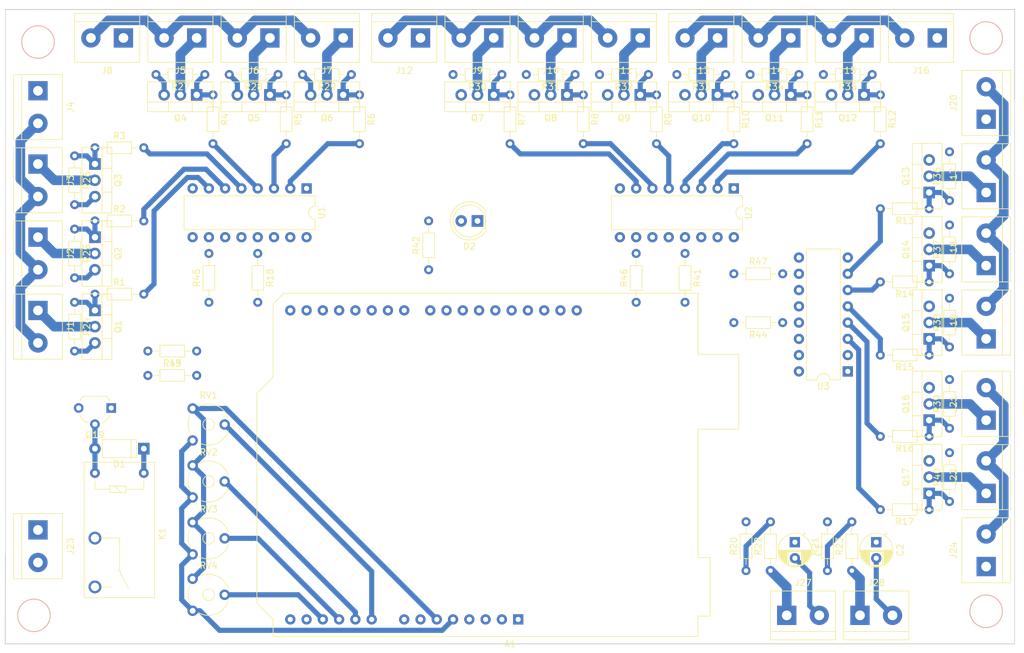
<source format=kicad_pcb>
(kicad_pcb (version 20171130) (host pcbnew "(5.1.5)-3")
  (layers (0 F.Cu signal) (31 B.Cu signal) (34 B.Paste user) (35 F.Paste user) (36 B.SilkS user) (37 F.SilkS user) (38 B.Mask user) (39 F.Mask user) (44 Edge.Cuts user))
  (net 0 "")
  (net 1 "Net-(J1-Pad2)")
  (net 2 GND)
  (net 3 "Net-(Q1-Pad1)")
  (net 4 "Net-(J1-Pad1)")
  (net 5 "Net-(J2-Pad1)")
  (net 6 "Net-(J3-Pad1)")
  (net 7 "Net-(J5-Pad1)")
  (net 8 "Net-(J5-Pad2)")
  (net 9 "Net-(J6-Pad1)")
  (net 10 "Net-(J7-Pad1)")
  (net 11 "Net-(J9-Pad1)")
  (net 12 "Net-(J10-Pad2)")
  (net 13 "Net-(J10-Pad1)")
  (net 14 "Net-(J11-Pad1)")
  (net 15 "Net-(J13-Pad1)")
  (net 16 "Net-(J13-Pad2)")
  (net 17 "Net-(J14-Pad1)")
  (net 18 "Net-(J15-Pad1)")
  (net 19 "Net-(J17-Pad1)")
  (net 20 "Net-(J17-Pad2)")
  (net 21 "Net-(J18-Pad1)")
  (net 22 "Net-(J19-Pad1)")
  (net 23 "Net-(J21-Pad1)")
  (net 24 "Net-(J21-Pad2)")
  (net 25 "Net-(J22-Pad1)")
  (net 26 "Net-(Q2-Pad1)")
  (net 27 "Net-(Q3-Pad1)")
  (net 28 "Net-(Q4-Pad1)")
  (net 29 "Net-(Q5-Pad1)")
  (net 30 "Net-(Q6-Pad1)")
  (net 31 "Net-(Q7-Pad1)")
  (net 32 "Net-(Q8-Pad1)")
  (net 33 "Net-(Q9-Pad1)")
  (net 34 "Net-(Q10-Pad1)")
  (net 35 "Net-(Q11-Pad1)")
  (net 36 "Net-(Q12-Pad1)")
  (net 37 "Net-(Q13-Pad1)")
  (net 38 "Net-(Q14-Pad1)")
  (net 39 "Net-(Q15-Pad1)")
  (net 40 "Net-(Q16-Pad1)")
  (net 41 "Net-(Q17-Pad1)")
  (net 42 LED1)
  (net 43 LED2)
  (net 44 LED3)
  (net 45 LED4)
  (net 46 LED5)
  (net 47 LED6)
  (net 48 LED7)
  (net 49 LED8)
  (net 50 LED9)
  (net 51 LED10)
  (net 52 LED11)
  (net 53 LED12)
  (net 54 LED13)
  (net 55 LED14)
  (net 56 LED15)
  (net 57 LED16)
  (net 58 LED17)
  (net 59 "Net-(U1-Pad9)")
  (net 60 +5V)
  (net 61 MOSI)
  (net 62 "Net-(U2-Pad9)")
  (net 63 "Net-(U3-Pad9)")
  (net 64 "Net-(U1-Pad15)")
  (net 65 "Net-(U2-Pad15)")
  (net 66 "Net-(U3-Pad15)")
  (net 67 "Net-(C1-Pad1)")
  (net 68 "Net-(C2-Pad1)")
  (net 69 "Net-(D1-Pad2)")
  (net 70 "Net-(D2-Pad2)")
  (net 71 CLK)
  (net 72 CKO)
  (net 73 "Net-(J27-Pad1)")
  (net 74 "Net-(J28-Pad1)")
  (net 75 TIME_ON)
  (net 76 MAX_PWM)
  (net 77 BTN1)
  (net 78 BTN2)
  (net 79 REL)
  (net 80 RUN)
  (net 81 "Net-(Q19-Pad1)")
  (net 82 "Net-(U1-Pad1)")
  (net 83 "Net-(U2-Pad1)")
  (net 84 "Net-(U3-Pad1)")
  (net 85 "Net-(U3-Pad2)")
  (net 86 "Net-(R18-Pad1)")
  (net 87 "Net-(R41-Pad1)")
  (net 88 "Net-(R44-Pad1)")
  (net 89 "Net-(R45-Pad2)")
  (net 90 "Net-(R46-Pad2)")
  (net 91 "Net-(R47-Pad2)")
  (net 92 "Net-(A1-Pad32)")
  (net 93 "Net-(A1-Pad31)")
  (net 94 "Net-(A1-Pad1)")
  (net 95 "Net-(A1-Pad17)")
  (net 96 "Net-(A1-Pad2)")
  (net 97 "Net-(A1-Pad18)")
  (net 98 "Net-(A1-Pad3)")
  (net 99 "Net-(A1-Pad19)")
  (net 100 "Net-(A1-Pad4)")
  (net 101 "Net-(A1-Pad20)")
  (net 102 "Net-(A1-Pad21)")
  (net 103 "Net-(A1-Pad8)")
  (net 104 RUP)
  (net 105 RDOWN)
  (net 106 "Net-(A1-Pad13)")
  (net 107 "Net-(A1-Pad14)")
  (net 108 "Net-(A1-Pad30)")
  (net 109 "Net-(A1-Pad15)")
  (net 110 "Net-(A1-Pad16)")
  (net 111 "Net-(J23-Pad1)")
  (net 112 "Net-(J23-Pad2)")
  (module Connectors_Terminal_Blocks:TerminalBlock_bornier-2_P5.08mm (layer F.Cu) (at 192.405 97.155 90)
    (fp_text reference J19 (at 2.54 -5.08 270) (layer F.SilkS))
    (fp_text value M15)
    (pad 1 thru_hole rect (at 0 0 90) (size 3 3) (drill 1.52) (layers *.Cu *.Mask) (net 22 "Net-(J19-Pad1)"))
    (pad 2 thru_hole circle (at 5.08 0 90) (size 3 3) (drill 1.52) (layers *.Cu *.Mask) (net 20 "Net-(J17-Pad2)"))
  )
  (module Connectors_Terminal_Blocks:TerminalBlock_bornier-2_P5.08mm (layer F.Cu) (at 192.405 74.295 90)
    (fp_text reference J17 (at 2.54 -5.08 270) (layer F.SilkS))
    (fp_text value M3)
    (pad 1 thru_hole rect (at 0 0 90) (size 3 3) (drill 1.52) (layers *.Cu *.Mask) (net 19 "Net-(J17-Pad1)"))
    (pad 2 thru_hole circle (at 5.08 0 90) (size 3 3) (drill 1.52) (layers *.Cu *.Mask) (net 20 "Net-(J17-Pad2)"))
  )
  (module Connectors_Terminal_Blocks:TerminalBlock_bornier-2_P5.08mm (layer F.Cu) (at 192.405 85.725 90)
    (fp_text reference J18 (at 2.54 -5.08 270) (layer F.SilkS))
    (fp_text value M14)
    (pad 1 thru_hole rect (at 0 0 90) (size 3 3) (drill 1.52) (layers *.Cu *.Mask) (net 21 "Net-(J18-Pad1)"))
    (pad 2 thru_hole circle (at 5.08 0 90) (size 3 3) (drill 1.52) (layers *.Cu *.Mask) (net 20 "Net-(J17-Pad2)"))
  )
  (module TO_SOT_Packages_THT:TO-220-3_Vertical (layer F.Cu) (at 183.515 74.295 90)
    (fp_text reference Q13 (at 2.54 -3.62 270) (layer F.SilkS))
    (fp_text value IRF540N)
    (pad 1 thru_hole rect (at 0 0 90) (size 1.8 1.8) (drill 1) (layers *.Cu *.Mask) (net 37 "Net-(Q13-Pad1)"))
    (pad 2 thru_hole oval (at 2.54 0 90) (size 1.8 1.8) (drill 1) (layers *.Cu *.Mask) (net 19 "Net-(J17-Pad1)"))
    (pad 3 thru_hole oval (at 5.08 0 90) (size 1.8 1.8) (drill 1) (layers *.Cu *.Mask) (net 2 GND))
  )
  (module TO_SOT_Packages_THT:TO-220-3_Vertical (layer F.Cu) (at 183.515 85.725 90)
    (fp_text reference Q14 (at 2.54 -3.62 270) (layer F.SilkS))
    (fp_text value IRF540N)
    (pad 1 thru_hole rect (at 0 0 90) (size 1.8 1.8) (drill 1) (layers *.Cu *.Mask) (net 38 "Net-(Q14-Pad1)"))
    (pad 2 thru_hole oval (at 2.54 0 90) (size 1.8 1.8) (drill 1) (layers *.Cu *.Mask) (net 21 "Net-(J18-Pad1)"))
    (pad 3 thru_hole oval (at 5.08 0 90) (size 1.8 1.8) (drill 1) (layers *.Cu *.Mask) (net 2 GND))
  )
  (module TO_SOT_Packages_THT:TO-220-3_Vertical (layer F.Cu) (at 183.515 97.155 90)
    (fp_text reference Q15 (at 2.54 -3.62 270) (layer F.SilkS))
    (fp_text value IRF540N)
    (pad 1 thru_hole rect (at 0 0 90) (size 1.8 1.8) (drill 1) (layers *.Cu *.Mask) (net 39 "Net-(Q15-Pad1)"))
    (pad 2 thru_hole oval (at 2.54 0 90) (size 1.8 1.8) (drill 1) (layers *.Cu *.Mask) (net 22 "Net-(J19-Pad1)"))
    (pad 3 thru_hole oval (at 5.08 0 90) (size 1.8 1.8) (drill 1) (layers *.Cu *.Mask) (net 2 GND))
  )
  (module Resistor_THT:R_Axial_DIN0204_L3.6mm_D1.6mm_P7.62mm_Horizontal (layer F.Cu) (at 183.515 88.265 180)
    (fp_text reference R14 (at 3.81 -1.86 180) (layer F.SilkS))
    (fp_text value R)
    (pad 2 thru_hole oval (at 7.62 0 180) (size 1.4 1.4) (drill 0.7) (layers *.Cu *.Mask) (net 55 LED14))
    (pad 1 thru_hole circle (at 0 0 180) (size 1.4 1.4) (drill 0.7) (layers *.Cu *.Mask) (net 38 "Net-(Q14-Pad1)"))
  )
  (module Resistor_THT:R_Axial_DIN0204_L3.6mm_D1.6mm_P7.62mm_Horizontal (layer F.Cu) (at 183.515 99.695 180)
    (fp_text reference R15 (at 3.81 -1.86 180) (layer F.SilkS))
    (fp_text value R)
    (pad 1 thru_hole circle (at 0 0 180) (size 1.4 1.4) (drill 0.7) (layers *.Cu *.Mask) (net 39 "Net-(Q15-Pad1)"))
    (pad 2 thru_hole oval (at 7.62 0 180) (size 1.4 1.4) (drill 0.7) (layers *.Cu *.Mask) (net 56 LED15))
  )
  (module Resistor_THT:R_Axial_DIN0204_L3.6mm_D1.6mm_P7.62mm_Horizontal (layer F.Cu) (at 183.515 76.835 180)
    (fp_text reference R13 (at 3.81 -1.86 180) (layer F.SilkS))
    (fp_text value R)
    (pad 2 thru_hole oval (at 7.62 0 180) (size 1.4 1.4) (drill 0.7) (layers *.Cu *.Mask) (net 54 LED13))
    (pad 1 thru_hole circle (at 0 0 180) (size 1.4 1.4) (drill 0.7) (layers *.Cu *.Mask) (net 37 "Net-(Q13-Pad1)"))
  )
  (module Resistor_THT:R_Axial_DIN0204_L3.6mm_D1.6mm_P7.62mm_Horizontal (layer F.Cu) (at 186.69 98.425 90)
    (fp_text reference R38 (at 3.81 -1.92 90) (layer F.SilkS))
    (fp_text value R)
    (pad 2 thru_hole oval (at 7.62 0 90) (size 1.4 1.4) (drill 0.7) (layers *.Cu *.Mask) (net 2 GND))
    (pad 1 thru_hole circle (at 0 0 90) (size 1.4 1.4) (drill 0.7) (layers *.Cu *.Mask) (net 39 "Net-(Q15-Pad1)"))
  )
  (module Resistor_THT:R_Axial_DIN0204_L3.6mm_D1.6mm_P7.62mm_Horizontal (layer F.Cu) (at 186.69 86.995 90)
    (fp_text reference R37 (at 3.81 -1.92 90) (layer F.SilkS))
    (fp_text value R)
    (pad 1 thru_hole circle (at 0 0 90) (size 1.4 1.4) (drill 0.7) (layers *.Cu *.Mask) (net 38 "Net-(Q14-Pad1)"))
    (pad 2 thru_hole oval (at 7.62 0 90) (size 1.4 1.4) (drill 0.7) (layers *.Cu *.Mask) (net 2 GND))
  )
  (module Resistor_THT:R_Axial_DIN0204_L3.6mm_D1.6mm_P7.62mm_Horizontal (layer F.Cu) (at 186.69 75.565 90)
    (fp_text reference R36 (at 3.81 -1.92 90) (layer F.SilkS))
    (fp_text value R)
    (pad 2 thru_hole oval (at 7.62 0 90) (size 1.4 1.4) (drill 0.7) (layers *.Cu *.Mask) (net 2 GND))
    (pad 1 thru_hole circle (at 0 0 90) (size 1.4 1.4) (drill 0.7) (layers *.Cu *.Mask) (net 37 "Net-(Q13-Pad1)"))
  )
  (module Connectors_Terminal_Blocks:TerminalBlock_bornier-2_P5.08mm (layer F.Cu) (at 173.355 50.165 180)
    (fp_text reference J15 (at 2.54 -5.08 180) (layer F.SilkS))
    (fp_text value M12)
    (pad 1 thru_hole rect (at 0 0 180) (size 3 3) (drill 1.52) (layers *.Cu *.Mask) (net 18 "Net-(J15-Pad1)"))
    (pad 2 thru_hole circle (at 5.08 0 180) (size 3 3) (drill 1.52) (layers *.Cu *.Mask) (net 16 "Net-(J13-Pad2)"))
  )
  (module Connectors_Terminal_Blocks:TerminalBlock_bornier-2_P5.08mm (layer F.Cu) (at 150.495 50.165 180)
    (fp_text reference J13 (at 2.54 -5.08 180) (layer F.SilkS))
    (fp_text value M10)
    (pad 1 thru_hole rect (at 0 0 180) (size 3 3) (drill 1.52) (layers *.Cu *.Mask) (net 15 "Net-(J13-Pad1)"))
    (pad 2 thru_hole circle (at 5.08 0 180) (size 3 3) (drill 1.52) (layers *.Cu *.Mask) (net 16 "Net-(J13-Pad2)"))
  )
  (module Connectors_Terminal_Blocks:TerminalBlock_bornier-2_P5.08mm (layer F.Cu) (at 161.925 50.165 180)
    (fp_text reference J14 (at 2.54 -5.08 180) (layer F.SilkS))
    (fp_text value M11)
    (pad 1 thru_hole rect (at 0 0 180) (size 3 3) (drill 1.52) (layers *.Cu *.Mask) (net 17 "Net-(J14-Pad1)"))
    (pad 2 thru_hole circle (at 5.08 0 180) (size 3 3) (drill 1.52) (layers *.Cu *.Mask) (net 16 "Net-(J13-Pad2)"))
  )
  (module TO_SOT_Packages_THT:TO-220-3_Vertical (layer F.Cu) (at 161.925 59.055 180)
    (fp_text reference Q11 (at 2.54 -3.62 180) (layer F.SilkS))
    (fp_text value IRF540N)
    (pad 1 thru_hole rect (at 0 0 180) (size 1.8 1.8) (drill 1) (layers *.Cu *.Mask) (net 35 "Net-(Q11-Pad1)"))
    (pad 2 thru_hole oval (at 2.54 0 180) (size 1.8 1.8) (drill 1) (layers *.Cu *.Mask) (net 17 "Net-(J14-Pad1)"))
    (pad 3 thru_hole oval (at 5.08 0 180) (size 1.8 1.8) (drill 1) (layers *.Cu *.Mask) (net 2 GND))
  )
  (module TO_SOT_Packages_THT:TO-220-3_Vertical (layer F.Cu) (at 150.495 59.055 180)
    (fp_text reference Q10 (at 2.54 -3.62 180) (layer F.SilkS))
    (fp_text value IRF540N)
    (pad 1 thru_hole rect (at 0 0 180) (size 1.8 1.8) (drill 1) (layers *.Cu *.Mask) (net 34 "Net-(Q10-Pad1)"))
    (pad 2 thru_hole oval (at 2.54 0 180) (size 1.8 1.8) (drill 1) (layers *.Cu *.Mask) (net 15 "Net-(J13-Pad1)"))
    (pad 3 thru_hole oval (at 5.08 0 180) (size 1.8 1.8) (drill 1) (layers *.Cu *.Mask) (net 2 GND))
  )
  (module TO_SOT_Packages_THT:TO-220-3_Vertical (layer F.Cu) (at 173.355 59.055 180)
    (fp_text reference Q12 (at 2.54 -3.62 180) (layer F.SilkS))
    (fp_text value IRF540N)
    (pad 1 thru_hole rect (at 0 0 180) (size 1.8 1.8) (drill 1) (layers *.Cu *.Mask) (net 36 "Net-(Q12-Pad1)"))
    (pad 2 thru_hole oval (at 2.54 0 180) (size 1.8 1.8) (drill 1) (layers *.Cu *.Mask) (net 18 "Net-(J15-Pad1)"))
    (pad 3 thru_hole oval (at 5.08 0 180) (size 1.8 1.8) (drill 1) (layers *.Cu *.Mask) (net 2 GND))
  )
  (module Resistor_THT:R_Axial_DIN0204_L3.6mm_D1.6mm_P7.62mm_Horizontal (layer F.Cu) (at 175.895 59.055 270)
    (fp_text reference R12 (at 3.81 -1.86 270) (layer F.SilkS))
    (fp_text value R)
    (pad 2 thru_hole oval (at 7.62 0 270) (size 1.4 1.4) (drill 0.7) (layers *.Cu *.Mask) (net 53 LED12))
    (pad 1 thru_hole circle (at 0 0 270) (size 1.4 1.4) (drill 0.7) (layers *.Cu *.Mask) (net 36 "Net-(Q12-Pad1)"))
  )
  (module Resistor_THT:R_Axial_DIN0204_L3.6mm_D1.6mm_P7.62mm_Horizontal (layer F.Cu) (at 164.465 59.055 270)
    (fp_text reference R11 (at 3.81 -1.86 270) (layer F.SilkS))
    (fp_text value R)
    (pad 1 thru_hole circle (at 0 0 270) (size 1.4 1.4) (drill 0.7) (layers *.Cu *.Mask) (net 35 "Net-(Q11-Pad1)"))
    (pad 2 thru_hole oval (at 7.62 0 270) (size 1.4 1.4) (drill 0.7) (layers *.Cu *.Mask) (net 52 LED11))
  )
  (module Resistor_THT:R_Axial_DIN0204_L3.6mm_D1.6mm_P7.62mm_Horizontal (layer F.Cu) (at 153.035 59.055 270)
    (fp_text reference R10 (at 3.81 -1.86 270) (layer F.SilkS))
    (fp_text value R)
    (pad 1 thru_hole circle (at 0 0 270) (size 1.4 1.4) (drill 0.7) (layers *.Cu *.Mask) (net 34 "Net-(Q10-Pad1)"))
    (pad 2 thru_hole oval (at 7.62 0 270) (size 1.4 1.4) (drill 0.7) (layers *.Cu *.Mask) (net 51 LED10))
  )
  (module Resistor_THT:R_Axial_DIN0204_L3.6mm_D1.6mm_P7.62mm_Horizontal (layer F.Cu) (at 151.765 55.88 180)
    (fp_text reference R33 (at 3.81 -1.92) (layer F.SilkS))
    (fp_text value R)
    (pad 1 thru_hole circle (at 0 0 180) (size 1.4 1.4) (drill 0.7) (layers *.Cu *.Mask) (net 34 "Net-(Q10-Pad1)"))
    (pad 2 thru_hole oval (at 7.62 0 180) (size 1.4 1.4) (drill 0.7) (layers *.Cu *.Mask) (net 2 GND))
  )
  (module Resistor_THT:R_Axial_DIN0204_L3.6mm_D1.6mm_P7.62mm_Horizontal (layer F.Cu) (at 163.195 55.88 180)
    (fp_text reference R34 (at 3.81 -1.92) (layer F.SilkS))
    (fp_text value R)
    (pad 2 thru_hole oval (at 7.62 0 180) (size 1.4 1.4) (drill 0.7) (layers *.Cu *.Mask) (net 2 GND))
    (pad 1 thru_hole circle (at 0 0 180) (size 1.4 1.4) (drill 0.7) (layers *.Cu *.Mask) (net 35 "Net-(Q11-Pad1)"))
  )
  (module Resistor_THT:R_Axial_DIN0204_L3.6mm_D1.6mm_P7.62mm_Horizontal (layer F.Cu) (at 174.625 55.88 180)
    (fp_text reference R35 (at 3.81 -1.92) (layer F.SilkS))
    (fp_text value R)
    (pad 2 thru_hole oval (at 7.62 0 180) (size 1.4 1.4) (drill 0.7) (layers *.Cu *.Mask) (net 2 GND))
    (pad 1 thru_hole circle (at 0 0 180) (size 1.4 1.4) (drill 0.7) (layers *.Cu *.Mask) (net 36 "Net-(Q12-Pad1)"))
  )
  (module Connectors_Terminal_Blocks:TerminalBlock_bornier-2_P5.08mm (layer F.Cu) (at 44.45 58.42 270)
    (fp_text reference J4 (at 2.54 -5.08 270) (layer F.SilkS))
    (fp_text value P1)
    (pad 1 thru_hole rect (at 0 0 270) (size 3 3) (drill 1.52) (layers *.Cu *.Mask) (net 2 GND))
    (pad 2 thru_hole circle (at 5.08 0 270) (size 3 3) (drill 1.52) (layers *.Cu *.Mask) (net 1 "Net-(J1-Pad2)"))
  )
  (module Connectors_Terminal_Blocks:TerminalBlock_bornier-2_P5.08mm (layer F.Cu) (at 57.785 50.165 180)
    (fp_text reference J8 (at 2.54 -5.08 180) (layer F.SilkS))
    (fp_text value P2)
    (pad 1 thru_hole rect (at 0 0 180) (size 3 3) (drill 1.52) (layers *.Cu *.Mask) (net 2 GND))
    (pad 2 thru_hole circle (at 5.08 0 180) (size 3 3) (drill 1.52) (layers *.Cu *.Mask) (net 8 "Net-(J5-Pad2)"))
  )
  (module Package_TO_SOT_THT:TO-92_Wide (layer F.Cu) (at 55.88 107.95 180)
    (fp_text reference Q19 (at 2.55 -4.19) (layer F.SilkS))
    (fp_text value Q_NPN_BCE)
    (pad 1 thru_hole rect (at 0 0 270) (size 1.5 1.5) (drill 0.8) (layers *.Cu *.Mask) (net 81 "Net-(Q19-Pad1)"))
    (pad 3 thru_hole circle (at 5.08 0 270) (size 1.5 1.5) (drill 0.8) (layers *.Cu *.Mask) (net 2 GND))
    (pad 2 thru_hole circle (at 2.54 -2.54 270) (size 1.5 1.5) (drill 0.8) (layers *.Cu *.Mask) (net 69 "Net-(D1-Pad2)"))
  )
  (module Capacitor_THT:CP_Radial_D5.0mm_P2.50mm (layer F.Cu) (at 175.26 128.905 270)
    (fp_text reference C2 (at 1.25 -3.75 90) (layer F.SilkS))
    (fp_text value C)
    (pad 2 thru_hole circle (at 2.5 0 270) (size 1.6 1.6) (drill 0.8) (layers *.Cu *.Mask) (net 2 GND))
    (pad 1 thru_hole rect (at 0 0 270) (size 1.6 1.6) (drill 0.8) (layers *.Cu *.Mask) (net 68 "Net-(C2-Pad1)"))
  )
  (module Capacitor_THT:CP_Radial_D5.0mm_P2.50mm (layer F.Cu) (at 162.56 128.905 270)
    (fp_text reference C1 (at 1.25 -3.75 90) (layer F.SilkS))
    (fp_text value C)
    (pad 2 thru_hole circle (at 2.5 0 270) (size 1.6 1.6) (drill 0.8) (layers *.Cu *.Mask) (net 2 GND))
    (pad 1 thru_hole rect (at 0 0 270) (size 1.6 1.6) (drill 0.8) (layers *.Cu *.Mask) (net 67 "Net-(C1-Pad1)"))
  )
  (module LED_THT:LED_D5.0mm (layer F.Cu) (at 113.03 78.74 180)
    (fp_text reference D2 (at 1.27 -3.96) (layer F.SilkS))
    (fp_text value LED)
    (pad 2 thru_hole circle (at 2.54 0 180) (size 1.8 1.8) (drill 0.9) (layers *.Cu *.Mask) (net 70 "Net-(D2-Pad2)"))
    (pad 1 thru_hole rect (at 0 0 180) (size 1.8 1.8) (drill 0.9) (layers *.Cu *.Mask) (net 2 GND))
  )
  (module Connectors_Terminal_Blocks:TerminalBlock_bornier-2_P5.08mm (layer F.Cu) (at 192.405 132.715 90)
    (fp_text reference J24 (at 2.54 -5.08 270) (layer F.SilkS))
    (fp_text value P6)
    (pad 1 thru_hole rect (at 0 0 90) (size 3 3) (drill 1.52) (layers *.Cu *.Mask) (net 2 GND))
    (pad 2 thru_hole circle (at 5.08 0 90) (size 3 3) (drill 1.52) (layers *.Cu *.Mask) (net 24 "Net-(J21-Pad2)"))
  )
  (module Module:Arduino_UNO_R3 (layer F.Cu) (at 119.38 140.97 180)
    (fp_text reference A1 (at 1.27 -3.81 180) (layer F.SilkS))
    (fp_text value AR)
    (pad 32 thru_hole oval (at -9.14 48.26 270) (size 1.6 1.6) (drill 0.8) (layers *.Cu *.Mask) (net 92 "Net-(A1-Pad32)"))
    (pad 31 thru_hole oval (at -6.6 48.26 270) (size 1.6 1.6) (drill 0.8) (layers *.Cu *.Mask) (net 93 "Net-(A1-Pad31)"))
    (pad 1 thru_hole rect (at 0 0 270) (size 1.6 1.6) (drill 0.8) (layers *.Cu *.Mask) (net 94 "Net-(A1-Pad1)"))
    (pad 17 thru_hole oval (at 30.48 48.26 270) (size 1.6 1.6) (drill 0.8) (layers *.Cu *.Mask) (net 95 "Net-(A1-Pad17)"))
    (pad 2 thru_hole oval (at 2.54 0 270) (size 1.6 1.6) (drill 0.8) (layers *.Cu *.Mask) (net 96 "Net-(A1-Pad2)"))
    (pad 18 thru_hole oval (at 27.94 48.26 270) (size 1.6 1.6) (drill 0.8) (layers *.Cu *.Mask) (net 97 "Net-(A1-Pad18)"))
    (pad 3 thru_hole oval (at 5.08 0 270) (size 1.6 1.6) (drill 0.8) (layers *.Cu *.Mask) (net 98 "Net-(A1-Pad3)"))
    (pad 19 thru_hole oval (at 25.4 48.26 270) (size 1.6 1.6) (drill 0.8) (layers *.Cu *.Mask) (net 99 "Net-(A1-Pad19)"))
    (pad 4 thru_hole oval (at 7.62 0 270) (size 1.6 1.6) (drill 0.8) (layers *.Cu *.Mask) (net 100 "Net-(A1-Pad4)"))
    (pad 20 thru_hole oval (at 22.86 48.26 270) (size 1.6 1.6) (drill 0.8) (layers *.Cu *.Mask) (net 101 "Net-(A1-Pad20)"))
    (pad 5 thru_hole oval (at 10.16 0 270) (size 1.6 1.6) (drill 0.8) (layers *.Cu *.Mask) (net 60 +5V))
    (pad 21 thru_hole oval (at 20.32 48.26 270) (size 1.6 1.6) (drill 0.8) (layers *.Cu *.Mask) (net 102 "Net-(A1-Pad21)"))
    (pad 6 thru_hole oval (at 12.7 0 270) (size 1.6 1.6) (drill 0.8) (layers *.Cu *.Mask) (net 2 GND))
    (pad 22 thru_hole oval (at 17.78 48.26 270) (size 1.6 1.6) (drill 0.8) (layers *.Cu *.Mask) (net 79 REL))
    (pad 7 thru_hole oval (at 15.24 0 270) (size 1.6 1.6) (drill 0.8) (layers *.Cu *.Mask) (net 2 GND))
    (pad 23 thru_hole oval (at 13.72 48.26 270) (size 1.6 1.6) (drill 0.8) (layers *.Cu *.Mask) (net 80 RUN))
    (pad 8 thru_hole oval (at 17.78 0 270) (size 1.6 1.6) (drill 0.8) (layers *.Cu *.Mask) (net 103 "Net-(A1-Pad8)"))
    (pad 24 thru_hole oval (at 11.18 48.26 270) (size 1.6 1.6) (drill 0.8) (layers *.Cu *.Mask) (net 77 BTN1))
    (pad 9 thru_hole oval (at 22.86 0 270) (size 1.6 1.6) (drill 0.8) (layers *.Cu *.Mask) (net 104 RUP))
    (pad 25 thru_hole oval (at 8.64 48.26 270) (size 1.6 1.6) (drill 0.8) (layers *.Cu *.Mask) (net 78 BTN2))
    (pad 10 thru_hole oval (at 25.4 0 270) (size 1.6 1.6) (drill 0.8) (layers *.Cu *.Mask) (net 105 RDOWN))
    (pad 26 thru_hole oval (at 6.1 48.26 270) (size 1.6 1.6) (drill 0.8) (layers *.Cu *.Mask) (net 72 CKO))
    (pad 11 thru_hole oval (at 27.94 0 270) (size 1.6 1.6) (drill 0.8) (layers *.Cu *.Mask) (net 75 TIME_ON))
    (pad 27 thru_hole oval (at 3.56 48.26 270) (size 1.6 1.6) (drill 0.8) (layers *.Cu *.Mask) (net 61 MOSI))
    (pad 12 thru_hole oval (at 30.48 0 270) (size 1.6 1.6) (drill 0.8) (layers *.Cu *.Mask) (net 76 MAX_PWM))
    (pad 28 thru_hole oval (at 1.02 48.26 270) (size 1.6 1.6) (drill 0.8) (layers *.Cu *.Mask) (net 71 CLK))
    (pad 13 thru_hole oval (at 33.02 0 270) (size 1.6 1.6) (drill 0.8) (layers *.Cu *.Mask) (net 106 "Net-(A1-Pad13)"))
    (pad 29 thru_hole oval (at -1.52 48.26 270) (size 1.6 1.6) (drill 0.8) (layers *.Cu *.Mask) (net 2 GND))
    (pad 14 thru_hole oval (at 35.56 0 270) (size 1.6 1.6) (drill 0.8) (layers *.Cu *.Mask) (net 107 "Net-(A1-Pad14)"))
    (pad 30 thru_hole oval (at -4.06 48.26 270) (size 1.6 1.6) (drill 0.8) (layers *.Cu *.Mask) (net 108 "Net-(A1-Pad30)"))
    (pad 15 thru_hole oval (at 35.56 48.26 270) (size 1.6 1.6) (drill 0.8) (layers *.Cu *.Mask) (net 109 "Net-(A1-Pad15)"))
    (pad 16 thru_hole oval (at 33.02 48.26 270) (size 1.6 1.6) (drill 0.8) (layers *.Cu *.Mask) (net 110 "Net-(A1-Pad16)"))
  )
  (module Resistor_THT:R_Axial_DIN0204_L3.6mm_D1.6mm_P7.62mm_Horizontal (layer F.Cu) (at 153.035 86.995)
    (fp_text reference R47 (at 3.81 -1.92) (layer F.SilkS))
    (fp_text value R)
    (pad 1 thru_hole circle (at 0 0) (size 1.4 1.4) (drill 0.7) (layers *.Cu *.Mask) (net 60 +5V))
    (pad 2 thru_hole oval (at 7.62 0) (size 1.4 1.4) (drill 0.7) (layers *.Cu *.Mask) (net 91 "Net-(R47-Pad2)"))
  )
  (module Connectors_Terminal_Blocks:TerminalBlock_bornier-2_P5.08mm (layer F.Cu) (at 44.45 92.71 270)
    (fp_text reference J1 (at 2.54 -5.08 270) (layer F.SilkS))
    (fp_text value M1)
    (pad 1 thru_hole rect (at 0 0 270) (size 3 3) (drill 1.52) (layers *.Cu *.Mask) (net 4 "Net-(J1-Pad1)"))
    (pad 2 thru_hole circle (at 5.08 0 270) (size 3 3) (drill 1.52) (layers *.Cu *.Mask) (net 1 "Net-(J1-Pad2)"))
  )
  (module Connectors_Terminal_Blocks:TerminalBlock_bornier-2_P5.08mm (layer F.Cu) (at 44.45 81.28 270)
    (fp_text reference J2 (at 2.54 -5.08 270) (layer F.SilkS))
    (fp_text value M2)
    (pad 1 thru_hole rect (at 0 0 270) (size 3 3) (drill 1.52) (layers *.Cu *.Mask) (net 5 "Net-(J2-Pad1)"))
    (pad 2 thru_hole circle (at 5.08 0 270) (size 3 3) (drill 1.52) (layers *.Cu *.Mask) (net 1 "Net-(J1-Pad2)"))
  )
  (module TO_SOT_Packages_THT:TO-220-3_Vertical (layer F.Cu) (at 53.34 92.71 270)
    (fp_text reference Q1 (at 2.54 -3.62 270) (layer F.SilkS))
    (fp_text value IRF540N)
    (pad 1 thru_hole rect (at 0 0 270) (size 1.8 1.8) (drill 1) (layers *.Cu *.Mask) (net 3 "Net-(Q1-Pad1)"))
    (pad 2 thru_hole oval (at 2.54 0 270) (size 1.8 1.8) (drill 1) (layers *.Cu *.Mask) (net 4 "Net-(J1-Pad1)"))
    (pad 3 thru_hole oval (at 5.08 0 270) (size 1.8 1.8) (drill 1) (layers *.Cu *.Mask) (net 2 GND))
  )
  (module Connectors_Terminal_Blocks:TerminalBlock_bornier-2_P5.08mm (layer F.Cu) (at 44.45 69.85 270)
    (fp_text reference J3 (at 2.54 -5.08 270) (layer F.SilkS))
    (fp_text value M3)
    (pad 1 thru_hole rect (at 0 0 270) (size 3 3) (drill 1.52) (layers *.Cu *.Mask) (net 6 "Net-(J3-Pad1)"))
    (pad 2 thru_hole circle (at 5.08 0 270) (size 3 3) (drill 1.52) (layers *.Cu *.Mask) (net 1 "Net-(J1-Pad2)"))
  )
  (module Connectors_Terminal_Blocks:TerminalBlock_bornier-2_P5.08mm (layer F.Cu) (at 69.215 50.165 180)
    (fp_text reference J5 (at 2.54 -5.08 180) (layer F.SilkS))
    (fp_text value M4)
    (pad 1 thru_hole rect (at 0 0 180) (size 3 3) (drill 1.52) (layers *.Cu *.Mask) (net 7 "Net-(J5-Pad1)"))
    (pad 2 thru_hole circle (at 5.08 0 180) (size 3 3) (drill 1.52) (layers *.Cu *.Mask) (net 8 "Net-(J5-Pad2)"))
  )
  (module Connectors_Terminal_Blocks:TerminalBlock_bornier-2_P5.08mm (layer F.Cu) (at 80.645 50.165 180)
    (fp_text reference J6 (at 2.54 -5.08 180) (layer F.SilkS))
    (fp_text value M5)
    (pad 1 thru_hole rect (at 0 0 180) (size 3 3) (drill 1.52) (layers *.Cu *.Mask) (net 9 "Net-(J6-Pad1)"))
    (pad 2 thru_hole circle (at 5.08 0 180) (size 3 3) (drill 1.52) (layers *.Cu *.Mask) (net 8 "Net-(J5-Pad2)"))
  )
  (module Connectors_Terminal_Blocks:TerminalBlock_bornier-2_P5.08mm (layer F.Cu) (at 92.075 50.165 180)
    (fp_text reference J7 (at 2.54 -5.08 180) (layer F.SilkS))
    (fp_text value M6)
    (pad 1 thru_hole rect (at 0 0 180) (size 3 3) (drill 1.52) (layers *.Cu *.Mask) (net 10 "Net-(J7-Pad1)"))
    (pad 2 thru_hole circle (at 5.08 0 180) (size 3 3) (drill 1.52) (layers *.Cu *.Mask) (net 8 "Net-(J5-Pad2)"))
  )
  (module Connectors_Terminal_Blocks:TerminalBlock_bornier-2_P5.08mm (layer F.Cu) (at 115.57 50.165 180)
    (fp_text reference J9 (at 2.54 -5.08 180) (layer F.SilkS))
    (fp_text value M7)
    (pad 1 thru_hole rect (at 0 0 180) (size 3 3) (drill 1.52) (layers *.Cu *.Mask) (net 11 "Net-(J9-Pad1)"))
    (pad 2 thru_hole circle (at 5.08 0 180) (size 3 3) (drill 1.52) (layers *.Cu *.Mask) (net 12 "Net-(J10-Pad2)"))
  )
  (module Connectors_Terminal_Blocks:TerminalBlock_bornier-2_P5.08mm (layer F.Cu) (at 127 50.165 180)
    (fp_text reference J10 (at 2.54 -5.08 180) (layer F.SilkS))
    (fp_text value M8)
    (pad 1 thru_hole rect (at 0 0 180) (size 3 3) (drill 1.52) (layers *.Cu *.Mask) (net 13 "Net-(J10-Pad1)"))
    (pad 2 thru_hole circle (at 5.08 0 180) (size 3 3) (drill 1.52) (layers *.Cu *.Mask) (net 12 "Net-(J10-Pad2)"))
  )
  (module Connectors_Terminal_Blocks:TerminalBlock_bornier-2_P5.08mm (layer F.Cu) (at 138.43 50.165 180)
    (fp_text reference J11 (at 2.54 -5.08 180) (layer F.SilkS))
    (fp_text value M9)
    (pad 1 thru_hole rect (at 0 0 180) (size 3 3) (drill 1.52) (layers *.Cu *.Mask) (net 14 "Net-(J11-Pad1)"))
    (pad 2 thru_hole circle (at 5.08 0 180) (size 3 3) (drill 1.52) (layers *.Cu *.Mask) (net 12 "Net-(J10-Pad2)"))
  )
  (module Connectors_Terminal_Blocks:TerminalBlock_bornier-2_P5.08mm (layer F.Cu) (at 104.14 50.165 180)
    (fp_text reference J12 (at 2.54 -5.08 180) (layer F.SilkS))
    (fp_text value P3)
    (pad 1 thru_hole rect (at 0 0 180) (size 3 3) (drill 1.52) (layers *.Cu *.Mask) (net 2 GND))
    (pad 2 thru_hole circle (at 5.08 0 180) (size 3 3) (drill 1.52) (layers *.Cu *.Mask) (net 12 "Net-(J10-Pad2)"))
  )
  (module Connectors_Terminal_Blocks:TerminalBlock_bornier-2_P5.08mm (layer F.Cu) (at 184.785 50.165 180)
    (fp_text reference J16 (at 2.54 -5.08 180) (layer F.SilkS))
    (fp_text value P4)
    (pad 1 thru_hole rect (at 0 0 180) (size 3 3) (drill 1.52) (layers *.Cu *.Mask) (net 2 GND))
    (pad 2 thru_hole circle (at 5.08 0 180) (size 3 3) (drill 1.52) (layers *.Cu *.Mask) (net 16 "Net-(J13-Pad2)"))
  )
  (module Connectors_Terminal_Blocks:TerminalBlock_bornier-2_P5.08mm (layer F.Cu) (at 192.405 62.865 90)
    (fp_text reference J20 (at 2.54 -5.08 270) (layer F.SilkS))
    (fp_text value P5)
    (pad 1 thru_hole rect (at 0 0 90) (size 3 3) (drill 1.52) (layers *.Cu *.Mask) (net 2 GND))
    (pad 2 thru_hole circle (at 5.08 0 90) (size 3 3) (drill 1.52) (layers *.Cu *.Mask) (net 20 "Net-(J17-Pad2)"))
  )
  (module Connectors_Terminal_Blocks:TerminalBlock_bornier-2_P5.08mm (layer F.Cu) (at 192.405 109.855 90)
    (fp_text reference J21 (at 2.54 -5.08 270) (layer F.SilkS))
    (fp_text value M16)
    (pad 1 thru_hole rect (at 0 0 90) (size 3 3) (drill 1.52) (layers *.Cu *.Mask) (net 23 "Net-(J21-Pad1)"))
    (pad 2 thru_hole circle (at 5.08 0 90) (size 3 3) (drill 1.52) (layers *.Cu *.Mask) (net 24 "Net-(J21-Pad2)"))
  )
  (module Connectors_Terminal_Blocks:TerminalBlock_bornier-2_P5.08mm (layer F.Cu) (at 192.405 121.285 90)
    (fp_text reference J22 (at 2.54 -5.08 270) (layer F.SilkS))
    (fp_text value M17)
    (pad 1 thru_hole rect (at 0 0 90) (size 3 3) (drill 1.52) (layers *.Cu *.Mask) (net 25 "Net-(J22-Pad1)"))
    (pad 2 thru_hole circle (at 5.08 0 90) (size 3 3) (drill 1.52) (layers *.Cu *.Mask) (net 24 "Net-(J21-Pad2)"))
  )
  (module TO_SOT_Packages_THT:TO-220-3_Vertical (layer F.Cu) (at 53.34 81.28 270)
    (fp_text reference Q2 (at 2.54 -3.62 270) (layer F.SilkS))
    (fp_text value IRF540N)
    (pad 1 thru_hole rect (at 0 0 270) (size 1.8 1.8) (drill 1) (layers *.Cu *.Mask) (net 26 "Net-(Q2-Pad1)"))
    (pad 2 thru_hole oval (at 2.54 0 270) (size 1.8 1.8) (drill 1) (layers *.Cu *.Mask) (net 5 "Net-(J2-Pad1)"))
    (pad 3 thru_hole oval (at 5.08 0 270) (size 1.8 1.8) (drill 1) (layers *.Cu *.Mask) (net 2 GND))
  )
  (module TO_SOT_Packages_THT:TO-220-3_Vertical (layer F.Cu) (at 53.34 69.85 270)
    (fp_text reference Q3 (at 2.54 -3.62 270) (layer F.SilkS))
    (fp_text value IRF540N)
    (pad 1 thru_hole rect (at 0 0 270) (size 1.8 1.8) (drill 1) (layers *.Cu *.Mask) (net 27 "Net-(Q3-Pad1)"))
    (pad 2 thru_hole oval (at 2.54 0 270) (size 1.8 1.8) (drill 1) (layers *.Cu *.Mask) (net 6 "Net-(J3-Pad1)"))
    (pad 3 thru_hole oval (at 5.08 0 270) (size 1.8 1.8) (drill 1) (layers *.Cu *.Mask) (net 2 GND))
  )
  (module TO_SOT_Packages_THT:TO-220-3_Vertical (layer F.Cu) (at 69.215 59.055 180)
    (fp_text reference Q4 (at 2.54 -3.62 180) (layer F.SilkS))
    (fp_text value IRF540N)
    (pad 1 thru_hole rect (at 0 0 180) (size 1.8 1.8) (drill 1) (layers *.Cu *.Mask) (net 28 "Net-(Q4-Pad1)"))
    (pad 2 thru_hole oval (at 2.54 0 180) (size 1.8 1.8) (drill 1) (layers *.Cu *.Mask) (net 7 "Net-(J5-Pad1)"))
    (pad 3 thru_hole oval (at 5.08 0 180) (size 1.8 1.8) (drill 1) (layers *.Cu *.Mask) (net 2 GND))
  )
  (module TO_SOT_Packages_THT:TO-220-3_Vertical (layer F.Cu) (at 80.645 59.055 180)
    (fp_text reference Q5 (at 2.54 -3.62 180) (layer F.SilkS))
    (fp_text value IRF540N)
    (pad 1 thru_hole rect (at 0 0 180) (size 1.8 1.8) (drill 1) (layers *.Cu *.Mask) (net 29 "Net-(Q5-Pad1)"))
    (pad 2 thru_hole oval (at 2.54 0 180) (size 1.8 1.8) (drill 1) (layers *.Cu *.Mask) (net 9 "Net-(J6-Pad1)"))
    (pad 3 thru_hole oval (at 5.08 0 180) (size 1.8 1.8) (drill 1) (layers *.Cu *.Mask) (net 2 GND))
  )
  (module TO_SOT_Packages_THT:TO-220-3_Vertical (layer F.Cu) (at 92.075 59.055 180)
    (fp_text reference Q6 (at 2.54 -3.62 180) (layer F.SilkS))
    (fp_text value IRF540N)
    (pad 1 thru_hole rect (at 0 0 180) (size 1.8 1.8) (drill 1) (layers *.Cu *.Mask) (net 30 "Net-(Q6-Pad1)"))
    (pad 2 thru_hole oval (at 2.54 0 180) (size 1.8 1.8) (drill 1) (layers *.Cu *.Mask) (net 10 "Net-(J7-Pad1)"))
    (pad 3 thru_hole oval (at 5.08 0 180) (size 1.8 1.8) (drill 1) (layers *.Cu *.Mask) (net 2 GND))
  )
  (module TO_SOT_Packages_THT:TO-220-3_Vertical (layer F.Cu) (at 115.57 59.055 180)
    (fp_text reference Q7 (at 2.54 -3.62 180) (layer F.SilkS))
    (fp_text value IRF540N)
    (pad 1 thru_hole rect (at 0 0 180) (size 1.8 1.8) (drill 1) (layers *.Cu *.Mask) (net 31 "Net-(Q7-Pad1)"))
    (pad 2 thru_hole oval (at 2.54 0 180) (size 1.8 1.8) (drill 1) (layers *.Cu *.Mask) (net 11 "Net-(J9-Pad1)"))
    (pad 3 thru_hole oval (at 5.08 0 180) (size 1.8 1.8) (drill 1) (layers *.Cu *.Mask) (net 2 GND))
  )
  (module TO_SOT_Packages_THT:TO-220-3_Vertical (layer F.Cu) (at 127 59.055 180)
    (fp_text reference Q8 (at 2.54 -3.62 180) (layer F.SilkS))
    (fp_text value IRF540N)
    (pad 1 thru_hole rect (at 0 0 180) (size 1.8 1.8) (drill 1) (layers *.Cu *.Mask) (net 32 "Net-(Q8-Pad1)"))
    (pad 2 thru_hole oval (at 2.54 0 180) (size 1.8 1.8) (drill 1) (layers *.Cu *.Mask) (net 13 "Net-(J10-Pad1)"))
    (pad 3 thru_hole oval (at 5.08 0 180) (size 1.8 1.8) (drill 1) (layers *.Cu *.Mask) (net 2 GND))
  )
  (module TO_SOT_Packages_THT:TO-220-3_Vertical (layer F.Cu) (at 138.43 59.055 180)
    (fp_text reference Q9 (at 2.54 -3.62 180) (layer F.SilkS))
    (fp_text value IRF540N)
    (pad 1 thru_hole rect (at 0 0 180) (size 1.8 1.8) (drill 1) (layers *.Cu *.Mask) (net 33 "Net-(Q9-Pad1)"))
    (pad 2 thru_hole oval (at 2.54 0 180) (size 1.8 1.8) (drill 1) (layers *.Cu *.Mask) (net 14 "Net-(J11-Pad1)"))
    (pad 3 thru_hole oval (at 5.08 0 180) (size 1.8 1.8) (drill 1) (layers *.Cu *.Mask) (net 2 GND))
  )
  (module TO_SOT_Packages_THT:TO-220-3_Vertical (layer F.Cu) (at 183.515 109.855 90)
    (fp_text reference Q16 (at 2.54 -3.62 270) (layer F.SilkS))
    (fp_text value IRF540N)
    (pad 1 thru_hole rect (at 0 0 90) (size 1.8 1.8) (drill 1) (layers *.Cu *.Mask) (net 40 "Net-(Q16-Pad1)"))
    (pad 2 thru_hole oval (at 2.54 0 90) (size 1.8 1.8) (drill 1) (layers *.Cu *.Mask) (net 23 "Net-(J21-Pad1)"))
    (pad 3 thru_hole oval (at 5.08 0 90) (size 1.8 1.8) (drill 1) (layers *.Cu *.Mask) (net 2 GND))
  )
  (module TO_SOT_Packages_THT:TO-220-3_Vertical (layer F.Cu) (at 183.515 121.285 90)
    (fp_text reference Q17 (at 2.54 -3.62 270) (layer F.SilkS))
    (fp_text value IRF540N)
    (pad 1 thru_hole rect (at 0 0 90) (size 1.8 1.8) (drill 1) (layers *.Cu *.Mask) (net 41 "Net-(Q17-Pad1)"))
    (pad 2 thru_hole oval (at 2.54 0 90) (size 1.8 1.8) (drill 1) (layers *.Cu *.Mask) (net 25 "Net-(J22-Pad1)"))
    (pad 3 thru_hole oval (at 5.08 0 90) (size 1.8 1.8) (drill 1) (layers *.Cu *.Mask) (net 2 GND))
  )
  (module Housings_DIP:DIP-16_W7.62mm (layer F.Cu) (at 86.36 73.66 270)
    (fp_text reference U1 (at 3.81 -2.33 270) (layer F.SilkS))
    (fp_text value 74HC595)
    (pad 1 thru_hole rect (at 0 0 270) (size 1.6 1.6) (drill 0.8) (layers *.Cu *.Mask) (net 82 "Net-(U1-Pad1)"))
    (pad 9 thru_hole oval (at 7.62 17.78 270) (size 1.6 1.6) (drill 0.8) (layers *.Cu *.Mask) (net 59 "Net-(U1-Pad9)"))
    (pad 2 thru_hole oval (at 0 2.54 270) (size 1.6 1.6) (drill 0.8) (layers *.Cu *.Mask) (net 47 LED6))
    (pad 10 thru_hole oval (at 7.62 15.24 270) (size 1.6 1.6) (drill 0.8) (layers *.Cu *.Mask) (net 89 "Net-(R45-Pad2)"))
    (pad 3 thru_hole oval (at 0 5.08 270) (size 1.6 1.6) (drill 0.8) (layers *.Cu *.Mask) (net 46 LED5))
    (pad 11 thru_hole oval (at 7.62 12.7 270) (size 1.6 1.6) (drill 0.8) (layers *.Cu *.Mask) (net 71 CLK))
    (pad 4 thru_hole oval (at 0 7.62 270) (size 1.6 1.6) (drill 0.8) (layers *.Cu *.Mask) (net 45 LED4))
    (pad 12 thru_hole oval (at 7.62 10.16 270) (size 1.6 1.6) (drill 0.8) (layers *.Cu *.Mask) (net 72 CKO))
    (pad 5 thru_hole oval (at 0 10.16 270) (size 1.6 1.6) (drill 0.8) (layers *.Cu *.Mask) (net 44 LED3))
    (pad 13 thru_hole oval (at 7.62 7.62 270) (size 1.6 1.6) (drill 0.8) (layers *.Cu *.Mask) (net 86 "Net-(R18-Pad1)"))
    (pad 6 thru_hole oval (at 0 12.7 270) (size 1.6 1.6) (drill 0.8) (layers *.Cu *.Mask) (net 43 LED2))
    (pad 14 thru_hole oval (at 7.62 5.08 270) (size 1.6 1.6) (drill 0.8) (layers *.Cu *.Mask) (net 61 MOSI))
    (pad 7 thru_hole oval (at 0 15.24 270) (size 1.6 1.6) (drill 0.8) (layers *.Cu *.Mask) (net 42 LED1))
    (pad 15 thru_hole oval (at 7.62 2.54 270) (size 1.6 1.6) (drill 0.8) (layers *.Cu *.Mask) (net 64 "Net-(U1-Pad15)"))
    (pad 8 thru_hole oval (at 0 17.78 270) (size 1.6 1.6) (drill 0.8) (layers *.Cu *.Mask) (net 2 GND))
    (pad 16 thru_hole oval (at 7.62 0 270) (size 1.6 1.6) (drill 0.8) (layers *.Cu *.Mask) (net 60 +5V))
  )
  (module Housings_DIP:DIP-16_W7.62mm (layer F.Cu) (at 153.035 73.66 270)
    (fp_text reference U2 (at 3.81 -2.33 270) (layer F.SilkS))
    (fp_text value 74HC595)
    (pad 1 thru_hole rect (at 0 0 270) (size 1.6 1.6) (drill 0.8) (layers *.Cu *.Mask) (net 83 "Net-(U2-Pad1)"))
    (pad 9 thru_hole oval (at 7.62 17.78 270) (size 1.6 1.6) (drill 0.8) (layers *.Cu *.Mask) (net 62 "Net-(U2-Pad9)"))
    (pad 2 thru_hole oval (at 0 2.54 270) (size 1.6 1.6) (drill 0.8) (layers *.Cu *.Mask) (net 53 LED12))
    (pad 10 thru_hole oval (at 7.62 15.24 270) (size 1.6 1.6) (drill 0.8) (layers *.Cu *.Mask) (net 90 "Net-(R46-Pad2)"))
    (pad 3 thru_hole oval (at 0 5.08 270) (size 1.6 1.6) (drill 0.8) (layers *.Cu *.Mask) (net 52 LED11))
    (pad 11 thru_hole oval (at 7.62 12.7 270) (size 1.6 1.6) (drill 0.8) (layers *.Cu *.Mask) (net 71 CLK))
    (pad 4 thru_hole oval (at 0 7.62 270) (size 1.6 1.6) (drill 0.8) (layers *.Cu *.Mask) (net 51 LED10))
    (pad 12 thru_hole oval (at 7.62 10.16 270) (size 1.6 1.6) (drill 0.8) (layers *.Cu *.Mask) (net 72 CKO))
    (pad 5 thru_hole oval (at 0 10.16 270) (size 1.6 1.6) (drill 0.8) (layers *.Cu *.Mask) (net 50 LED9))
    (pad 13 thru_hole oval (at 7.62 7.62 270) (size 1.6 1.6) (drill 0.8) (layers *.Cu *.Mask) (net 87 "Net-(R41-Pad1)"))
    (pad 6 thru_hole oval (at 0 12.7 270) (size 1.6 1.6) (drill 0.8) (layers *.Cu *.Mask) (net 49 LED8))
    (pad 14 thru_hole oval (at 7.62 5.08 270) (size 1.6 1.6) (drill 0.8) (layers *.Cu *.Mask) (net 59 "Net-(U1-Pad9)"))
    (pad 7 thru_hole oval (at 0 15.24 270) (size 1.6 1.6) (drill 0.8) (layers *.Cu *.Mask) (net 48 LED7))
    (pad 15 thru_hole oval (at 7.62 2.54 270) (size 1.6 1.6) (drill 0.8) (layers *.Cu *.Mask) (net 65 "Net-(U2-Pad15)"))
    (pad 8 thru_hole oval (at 0 17.78 270) (size 1.6 1.6) (drill 0.8) (layers *.Cu *.Mask) (net 2 GND))
    (pad 16 thru_hole oval (at 7.62 0 270) (size 1.6 1.6) (drill 0.8) (layers *.Cu *.Mask) (net 60 +5V))
  )
  (module Housings_DIP:DIP-16_W7.62mm (layer F.Cu) (at 170.815 102.235 180)
    (fp_text reference U3 (at 3.81 -2.33 180) (layer F.SilkS))
    (fp_text value 74HC595)
    (pad 1 thru_hole rect (at 0 0 180) (size 1.6 1.6) (drill 0.8) (layers *.Cu *.Mask) (net 84 "Net-(U3-Pad1)"))
    (pad 9 thru_hole oval (at 7.62 17.78 180) (size 1.6 1.6) (drill 0.8) (layers *.Cu *.Mask) (net 63 "Net-(U3-Pad9)"))
    (pad 2 thru_hole oval (at 0 2.54 180) (size 1.6 1.6) (drill 0.8) (layers *.Cu *.Mask) (net 85 "Net-(U3-Pad2)"))
    (pad 10 thru_hole oval (at 7.62 15.24 180) (size 1.6 1.6) (drill 0.8) (layers *.Cu *.Mask) (net 91 "Net-(R47-Pad2)"))
    (pad 3 thru_hole oval (at 0 5.08 180) (size 1.6 1.6) (drill 0.8) (layers *.Cu *.Mask) (net 58 LED17))
    (pad 11 thru_hole oval (at 7.62 12.7 180) (size 1.6 1.6) (drill 0.8) (layers *.Cu *.Mask) (net 71 CLK))
    (pad 4 thru_hole oval (at 0 7.62 180) (size 1.6 1.6) (drill 0.8) (layers *.Cu *.Mask) (net 57 LED16))
    (pad 12 thru_hole oval (at 7.62 10.16 180) (size 1.6 1.6) (drill 0.8) (layers *.Cu *.Mask) (net 72 CKO))
    (pad 5 thru_hole oval (at 0 10.16 180) (size 1.6 1.6) (drill 0.8) (layers *.Cu *.Mask) (net 56 LED15))
    (pad 13 thru_hole oval (at 7.62 7.62 180) (size 1.6 1.6) (drill 0.8) (layers *.Cu *.Mask) (net 88 "Net-(R44-Pad1)"))
    (pad 6 thru_hole oval (at 0 12.7 180) (size 1.6 1.6) (drill 0.8) (layers *.Cu *.Mask) (net 55 LED14))
    (pad 14 thru_hole oval (at 7.62 5.08 180) (size 1.6 1.6) (drill 0.8) (layers *.Cu *.Mask) (net 62 "Net-(U2-Pad9)"))
    (pad 7 thru_hole oval (at 0 15.24 180) (size 1.6 1.6) (drill 0.8) (layers *.Cu *.Mask) (net 54 LED13))
    (pad 15 thru_hole oval (at 7.62 2.54 180) (size 1.6 1.6) (drill 0.8) (layers *.Cu *.Mask) (net 66 "Net-(U3-Pad15)"))
    (pad 8 thru_hole oval (at 0 17.78 180) (size 1.6 1.6) (drill 0.8) (layers *.Cu *.Mask) (net 2 GND))
    (pad 16 thru_hole oval (at 7.62 0 180) (size 1.6 1.6) (drill 0.8) (layers *.Cu *.Mask) (net 60 +5V))
  )
  (module Diodes_THT:D_A-405_P7.62mm_Horizontal (layer F.Cu) (at 60.96 114.3 180)
    (fp_text reference D1 (at 3.81 -2.41) (layer F.SilkS))
    (fp_text value D)
    (pad 1 thru_hole rect (at 0 0 180) (size 1.8 1.8) (drill 0.9) (layers *.Cu *.Mask) (net 60 +5V))
    (pad 2 thru_hole oval (at 7.62 0 180) (size 1.8 1.8) (drill 0.9) (layers *.Cu *.Mask) (net 69 "Net-(D1-Pad2)"))
  )
  (module Connectors_Terminal_Blocks:TerminalBlock_bornier-2_P5.08mm (layer F.Cu) (at 161.29 140.335)
    (fp_text reference J27 (at 2.54 -5.08) (layer F.SilkS))
    (fp_text value MB2)
    (pad 1 thru_hole rect (at 0 0) (size 3 3) (drill 1.52) (layers *.Cu *.Mask) (net 73 "Net-(J27-Pad1)"))
    (pad 2 thru_hole circle (at 5.08 0) (size 3 3) (drill 1.52) (layers *.Cu *.Mask) (net 2 GND))
  )
  (module Connectors_Terminal_Blocks:TerminalBlock_bornier-2_P5.08mm (layer F.Cu) (at 172.72 140.335)
    (fp_text reference J28 (at 2.54 -5.08) (layer F.SilkS))
    (fp_text value MB1)
    (pad 1 thru_hole rect (at 0 0) (size 3 3) (drill 1.52) (layers *.Cu *.Mask) (net 74 "Net-(J28-Pad1)"))
    (pad 2 thru_hole circle (at 5.08 0) (size 3 3) (drill 1.52) (layers *.Cu *.Mask) (net 2 GND))
  )
  (module Relays_THT:Relay_SPST_OMRON-G5Q (layer F.Cu) (at 53.34 118.11 270)
    (fp_text reference K1 (at 9.5 -10.5 270) (layer F.SilkS))
    (fp_text value G5Q-1A)
    (pad 1 thru_hole circle (at 0 0 90) (size 1.52 1.52) (drill 0.76) (layers *.Cu *.Mask) (net 69 "Net-(D1-Pad2)"))
    (pad 2 thru_hole circle (at 10.16 0 90) (size 2 2) (drill 1.3) (layers *.Cu *.Mask) (net 111 "Net-(J23-Pad1)"))
    (pad 3 thru_hole circle (at 17.78 0 90) (size 2 2) (drill 1.3) (layers *.Cu *.Mask) (net 112 "Net-(J23-Pad2)"))
    (pad 5 thru_hole circle (at 0 -7.62 90) (size 1.52 1.52) (drill 0.76) (layers *.Cu *.Mask) (net 60 +5V))
  )
  (module Potentiometers:Potentiometer_Trimmer_Piher_PT-6v_Horizontal (layer F.Cu) (at 68.58 113.03)
    (fp_text reference RV1 (at 2.5 -7.06) (layer F.SilkS))
    (fp_text value 10K)
    (pad 3 thru_hole circle (at 0 -5) (size 1.62 1.62) (drill 0.9) (layers *.Cu *.Mask) (net 2 GND))
    (pad 2 thru_hole circle (at 5 -2.5) (size 1.62 1.62) (drill 0.9) (layers *.Cu *.Mask) (net 104 RUP))
    (pad 1 thru_hole circle (at 0 0) (size 1.62 1.62) (drill 0.9) (layers *.Cu *.Mask) (net 60 +5V))
  )
  (module Potentiometers:Potentiometer_Trimmer_Piher_PT-6v_Horizontal (layer F.Cu) (at 68.58 121.92)
    (fp_text reference RV2 (at 2.5 -7.06) (layer F.SilkS))
    (fp_text value 10K)
    (pad 3 thru_hole circle (at 0 -5) (size 1.62 1.62) (drill 0.9) (layers *.Cu *.Mask) (net 2 GND))
    (pad 2 thru_hole circle (at 5 -2.5) (size 1.62 1.62) (drill 0.9) (layers *.Cu *.Mask) (net 105 RDOWN))
    (pad 1 thru_hole circle (at 0 0) (size 1.62 1.62) (drill 0.9) (layers *.Cu *.Mask) (net 60 +5V))
  )
  (module Potentiometers:Potentiometer_Trimmer_Piher_PT-6v_Horizontal (layer F.Cu) (at 68.58 130.81)
    (fp_text reference RV3 (at 2.5 -7.06) (layer F.SilkS))
    (fp_text value 10K)
    (pad 3 thru_hole circle (at 0 -5) (size 1.62 1.62) (drill 0.9) (layers *.Cu *.Mask) (net 2 GND))
    (pad 2 thru_hole circle (at 5 -2.5) (size 1.62 1.62) (drill 0.9) (layers *.Cu *.Mask) (net 75 TIME_ON))
    (pad 1 thru_hole circle (at 0 0) (size 1.62 1.62) (drill 0.9) (layers *.Cu *.Mask) (net 60 +5V))
  )
  (module Potentiometers:Potentiometer_Trimmer_Piher_PT-6v_Horizontal (layer F.Cu) (at 68.58 139.62)
    (fp_text reference RV4 (at 2.5 -7.06) (layer F.SilkS))
    (fp_text value 10K)
    (pad 3 thru_hole circle (at 0 -5) (size 1.62 1.62) (drill 0.9) (layers *.Cu *.Mask) (net 2 GND))
    (pad 2 thru_hole circle (at 5 -2.5) (size 1.62 1.62) (drill 0.9) (layers *.Cu *.Mask) (net 76 MAX_PWM))
    (pad 1 thru_hole circle (at 0 0) (size 1.62 1.62) (drill 0.9) (layers *.Cu *.Mask) (net 60 +5V))
  )
  (module Resistor_THT:R_Axial_DIN0204_L3.6mm_D1.6mm_P7.62mm_Horizontal (layer F.Cu) (at 53.34 90.17)
    (fp_text reference R1 (at 3.81 -1.86 180) (layer F.SilkS))
    (fp_text value R)
    (pad 1 thru_hole circle (at 0 0) (size 1.4 1.4) (drill 0.7) (layers *.Cu *.Mask) (net 3 "Net-(Q1-Pad1)"))
    (pad 2 thru_hole oval (at 7.62 0) (size 1.4 1.4) (drill 0.7) (layers *.Cu *.Mask) (net 42 LED1))
  )
  (module Resistor_THT:R_Axial_DIN0204_L3.6mm_D1.6mm_P7.62mm_Horizontal (layer F.Cu) (at 53.34 78.74)
    (fp_text reference R2 (at 3.81 -1.86 180) (layer F.SilkS))
    (fp_text value R)
    (pad 1 thru_hole circle (at 0 0) (size 1.4 1.4) (drill 0.7) (layers *.Cu *.Mask) (net 26 "Net-(Q2-Pad1)"))
    (pad 2 thru_hole oval (at 7.62 0) (size 1.4 1.4) (drill 0.7) (layers *.Cu *.Mask) (net 43 LED2))
  )
  (module Resistor_THT:R_Axial_DIN0204_L3.6mm_D1.6mm_P7.62mm_Horizontal (layer F.Cu) (at 53.34 67.31)
    (fp_text reference R3 (at 3.81 -1.86 180) (layer F.SilkS))
    (fp_text value R)
    (pad 1 thru_hole circle (at 0 0) (size 1.4 1.4) (drill 0.7) (layers *.Cu *.Mask) (net 27 "Net-(Q3-Pad1)"))
    (pad 2 thru_hole oval (at 7.62 0) (size 1.4 1.4) (drill 0.7) (layers *.Cu *.Mask) (net 44 LED3))
  )
  (module Resistor_THT:R_Axial_DIN0204_L3.6mm_D1.6mm_P7.62mm_Horizontal (layer F.Cu) (at 71.755 59.055 270)
    (fp_text reference R4 (at 3.81 -1.86 270) (layer F.SilkS))
    (fp_text value R)
    (pad 2 thru_hole oval (at 7.62 0 270) (size 1.4 1.4) (drill 0.7) (layers *.Cu *.Mask) (net 45 LED4))
    (pad 1 thru_hole circle (at 0 0 270) (size 1.4 1.4) (drill 0.7) (layers *.Cu *.Mask) (net 28 "Net-(Q4-Pad1)"))
  )
  (module Resistor_THT:R_Axial_DIN0204_L3.6mm_D1.6mm_P7.62mm_Horizontal (layer F.Cu) (at 83.185 59.055 270)
    (fp_text reference R5 (at 3.81 -1.86 270) (layer F.SilkS))
    (fp_text value R)
    (pad 2 thru_hole oval (at 7.62 0 270) (size 1.4 1.4) (drill 0.7) (layers *.Cu *.Mask) (net 46 LED5))
    (pad 1 thru_hole circle (at 0 0 270) (size 1.4 1.4) (drill 0.7) (layers *.Cu *.Mask) (net 29 "Net-(Q5-Pad1)"))
  )
  (module Resistor_THT:R_Axial_DIN0204_L3.6mm_D1.6mm_P7.62mm_Horizontal (layer F.Cu) (at 94.615 59.055 270)
    (fp_text reference R6 (at 3.81 -1.86 270) (layer F.SilkS))
    (fp_text value R)
    (pad 1 thru_hole circle (at 0 0 270) (size 1.4 1.4) (drill 0.7) (layers *.Cu *.Mask) (net 30 "Net-(Q6-Pad1)"))
    (pad 2 thru_hole oval (at 7.62 0 270) (size 1.4 1.4) (drill 0.7) (layers *.Cu *.Mask) (net 47 LED6))
  )
  (module Resistor_THT:R_Axial_DIN0204_L3.6mm_D1.6mm_P7.62mm_Horizontal (layer F.Cu) (at 118.11 59.055 270)
    (fp_text reference R7 (at 3.81 -1.86 270) (layer F.SilkS))
    (fp_text value R)
    (pad 1 thru_hole circle (at 0 0 270) (size 1.4 1.4) (drill 0.7) (layers *.Cu *.Mask) (net 31 "Net-(Q7-Pad1)"))
    (pad 2 thru_hole oval (at 7.62 0 270) (size 1.4 1.4) (drill 0.7) (layers *.Cu *.Mask) (net 48 LED7))
  )
  (module Resistor_THT:R_Axial_DIN0204_L3.6mm_D1.6mm_P7.62mm_Horizontal (layer F.Cu) (at 129.54 59.055 270)
    (fp_text reference R8 (at 3.81 -1.86 270) (layer F.SilkS))
    (fp_text value R)
    (pad 1 thru_hole circle (at 0 0 270) (size 1.4 1.4) (drill 0.7) (layers *.Cu *.Mask) (net 32 "Net-(Q8-Pad1)"))
    (pad 2 thru_hole oval (at 7.62 0 270) (size 1.4 1.4) (drill 0.7) (layers *.Cu *.Mask) (net 49 LED8))
  )
  (module Resistor_THT:R_Axial_DIN0204_L3.6mm_D1.6mm_P7.62mm_Horizontal (layer F.Cu) (at 140.97 59.055 270)
    (fp_text reference R9 (at 3.81 -1.86 270) (layer F.SilkS))
    (fp_text value R)
    (pad 2 thru_hole oval (at 7.62 0 270) (size 1.4 1.4) (drill 0.7) (layers *.Cu *.Mask) (net 50 LED9))
    (pad 1 thru_hole circle (at 0 0 270) (size 1.4 1.4) (drill 0.7) (layers *.Cu *.Mask) (net 33 "Net-(Q9-Pad1)"))
  )
  (module Resistor_THT:R_Axial_DIN0204_L3.6mm_D1.6mm_P7.62mm_Horizontal (layer F.Cu) (at 183.515 112.395 180)
    (fp_text reference R16 (at 3.81 -1.86 180) (layer F.SilkS))
    (fp_text value R)
    (pad 2 thru_hole oval (at 7.62 0 180) (size 1.4 1.4) (drill 0.7) (layers *.Cu *.Mask) (net 57 LED16))
    (pad 1 thru_hole circle (at 0 0 180) (size 1.4 1.4) (drill 0.7) (layers *.Cu *.Mask) (net 40 "Net-(Q16-Pad1)"))
  )
  (module Resistor_THT:R_Axial_DIN0204_L3.6mm_D1.6mm_P7.62mm_Horizontal (layer F.Cu) (at 183.515 123.825 180)
    (fp_text reference R17 (at 3.81 -1.86 180) (layer F.SilkS))
    (fp_text value R)
    (pad 2 thru_hole oval (at 7.62 0 180) (size 1.4 1.4) (drill 0.7) (layers *.Cu *.Mask) (net 58 LED17))
    (pad 1 thru_hole circle (at 0 0 180) (size 1.4 1.4) (drill 0.7) (layers *.Cu *.Mask) (net 41 "Net-(Q17-Pad1)"))
  )
  (module Resistor_THT:R_Axial_DIN0204_L3.6mm_D1.6mm_P7.62mm_Horizontal (layer F.Cu) (at 61.595 102.87)
    (fp_text reference R19 (at 3.81 -1.92) (layer F.SilkS))
    (fp_text value R)
    (pad 2 thru_hole oval (at 7.62 0) (size 1.4 1.4) (drill 0.7) (layers *.Cu *.Mask) (net 79 REL))
    (pad 1 thru_hole circle (at 0 0) (size 1.4 1.4) (drill 0.7) (layers *.Cu *.Mask) (net 81 "Net-(Q19-Pad1)"))
  )
  (module Resistor_THT:R_Axial_DIN0204_L3.6mm_D1.6mm_P7.62mm_Horizontal (layer F.Cu) (at 154.94 133.35 90)
    (fp_text reference R20 (at 3.81 -1.92 90) (layer F.SilkS))
    (fp_text value R)
    (pad 2 thru_hole oval (at 7.62 0 90) (size 1.4 1.4) (drill 0.7) (layers *.Cu *.Mask) (net 77 BTN1))
    (pad 1 thru_hole circle (at 0 0 90) (size 1.4 1.4) (drill 0.7) (layers *.Cu *.Mask) (net 67 "Net-(C1-Pad1)"))
  )
  (module Resistor_THT:R_Axial_DIN0204_L3.6mm_D1.6mm_P7.62mm_Horizontal (layer F.Cu) (at 167.64 133.35 90)
    (fp_text reference R21 (at 3.81 -1.92 90) (layer F.SilkS))
    (fp_text value R)
    (pad 2 thru_hole oval (at 7.62 0 90) (size 1.4 1.4) (drill 0.7) (layers *.Cu *.Mask) (net 78 BTN2))
    (pad 1 thru_hole circle (at 0 0 90) (size 1.4 1.4) (drill 0.7) (layers *.Cu *.Mask) (net 68 "Net-(C2-Pad1)"))
  )
  (module Resistor_THT:R_Axial_DIN0204_L3.6mm_D1.6mm_P7.62mm_Horizontal (layer F.Cu) (at 158.75 133.35 90)
    (fp_text reference R22 (at 3.81 -1.92 90) (layer F.SilkS))
    (fp_text value R)
    (pad 1 thru_hole circle (at 0 0 90) (size 1.4 1.4) (drill 0.7) (layers *.Cu *.Mask) (net 73 "Net-(J27-Pad1)"))
    (pad 2 thru_hole oval (at 7.62 0 90) (size 1.4 1.4) (drill 0.7) (layers *.Cu *.Mask) (net 67 "Net-(C1-Pad1)"))
  )
  (module Resistor_THT:R_Axial_DIN0204_L3.6mm_D1.6mm_P7.62mm_Horizontal (layer F.Cu) (at 171.45 133.35 90)
    (fp_text reference R23 (at 3.81 -1.92 90) (layer F.SilkS))
    (fp_text value R)
    (pad 1 thru_hole circle (at 0 0 90) (size 1.4 1.4) (drill 0.7) (layers *.Cu *.Mask) (net 74 "Net-(J28-Pad1)"))
    (pad 2 thru_hole oval (at 7.62 0 90) (size 1.4 1.4) (drill 0.7) (layers *.Cu *.Mask) (net 68 "Net-(C2-Pad1)"))
  )
  (module Resistor_THT:R_Axial_DIN0204_L3.6mm_D1.6mm_P7.62mm_Horizontal (layer F.Cu) (at 50.165 91.44 270)
    (fp_text reference R24 (at 3.81 -1.92 90) (layer F.SilkS))
    (fp_text value R)
    (pad 2 thru_hole oval (at 7.62 0 270) (size 1.4 1.4) (drill 0.7) (layers *.Cu *.Mask) (net 2 GND))
    (pad 1 thru_hole circle (at 0 0 270) (size 1.4 1.4) (drill 0.7) (layers *.Cu *.Mask) (net 3 "Net-(Q1-Pad1)"))
  )
  (module Resistor_THT:R_Axial_DIN0204_L3.6mm_D1.6mm_P7.62mm_Horizontal (layer F.Cu) (at 50.165 80.01 270)
    (fp_text reference R25 (at 3.81 -1.92 90) (layer F.SilkS))
    (fp_text value R)
    (pad 1 thru_hole circle (at 0 0 270) (size 1.4 1.4) (drill 0.7) (layers *.Cu *.Mask) (net 26 "Net-(Q2-Pad1)"))
    (pad 2 thru_hole oval (at 7.62 0 270) (size 1.4 1.4) (drill 0.7) (layers *.Cu *.Mask) (net 2 GND))
  )
  (module Resistor_THT:R_Axial_DIN0204_L3.6mm_D1.6mm_P7.62mm_Horizontal (layer F.Cu) (at 50.165 68.58 270)
    (fp_text reference R26 (at 3.81 -1.92 90) (layer F.SilkS))
    (fp_text value R)
    (pad 2 thru_hole oval (at 7.62 0 270) (size 1.4 1.4) (drill 0.7) (layers *.Cu *.Mask) (net 2 GND))
    (pad 1 thru_hole circle (at 0 0 270) (size 1.4 1.4) (drill 0.7) (layers *.Cu *.Mask) (net 27 "Net-(Q3-Pad1)"))
  )
  (module Resistor_THT:R_Axial_DIN0204_L3.6mm_D1.6mm_P7.62mm_Horizontal (layer F.Cu) (at 70.485 55.88 180)
    (fp_text reference R27 (at 3.81 -1.92) (layer F.SilkS))
    (fp_text value R)
    (pad 1 thru_hole circle (at 0 0 180) (size 1.4 1.4) (drill 0.7) (layers *.Cu *.Mask) (net 28 "Net-(Q4-Pad1)"))
    (pad 2 thru_hole oval (at 7.62 0 180) (size 1.4 1.4) (drill 0.7) (layers *.Cu *.Mask) (net 2 GND))
  )
  (module Resistor_THT:R_Axial_DIN0204_L3.6mm_D1.6mm_P7.62mm_Horizontal (layer F.Cu) (at 81.915 55.88 180)
    (fp_text reference R28 (at 3.81 -1.92) (layer F.SilkS))
    (fp_text value R)
    (pad 2 thru_hole oval (at 7.62 0 180) (size 1.4 1.4) (drill 0.7) (layers *.Cu *.Mask) (net 2 GND))
    (pad 1 thru_hole circle (at 0 0 180) (size 1.4 1.4) (drill 0.7) (layers *.Cu *.Mask) (net 29 "Net-(Q5-Pad1)"))
  )
  (module Resistor_THT:R_Axial_DIN0204_L3.6mm_D1.6mm_P7.62mm_Horizontal (layer F.Cu) (at 93.345 55.88 180)
    (fp_text reference R29 (at 3.81 -1.92) (layer F.SilkS))
    (fp_text value R)
    (pad 1 thru_hole circle (at 0 0 180) (size 1.4 1.4) (drill 0.7) (layers *.Cu *.Mask) (net 30 "Net-(Q6-Pad1)"))
    (pad 2 thru_hole oval (at 7.62 0 180) (size 1.4 1.4) (drill 0.7) (layers *.Cu *.Mask) (net 2 GND))
  )
  (module Resistor_THT:R_Axial_DIN0204_L3.6mm_D1.6mm_P7.62mm_Horizontal (layer F.Cu) (at 116.84 55.88 180)
    (fp_text reference R30 (at 3.81 -1.92) (layer F.SilkS))
    (fp_text value R)
    (pad 1 thru_hole circle (at 0 0 180) (size 1.4 1.4) (drill 0.7) (layers *.Cu *.Mask) (net 31 "Net-(Q7-Pad1)"))
    (pad 2 thru_hole oval (at 7.62 0 180) (size 1.4 1.4) (drill 0.7) (layers *.Cu *.Mask) (net 2 GND))
  )
  (module Resistor_THT:R_Axial_DIN0204_L3.6mm_D1.6mm_P7.62mm_Horizontal (layer F.Cu) (at 128.27 55.88 180)
    (fp_text reference R31 (at 3.81 -1.92) (layer F.SilkS))
    (fp_text value R)
    (pad 2 thru_hole oval (at 7.62 0 180) (size 1.4 1.4) (drill 0.7) (layers *.Cu *.Mask) (net 2 GND))
    (pad 1 thru_hole circle (at 0 0 180) (size 1.4 1.4) (drill 0.7) (layers *.Cu *.Mask) (net 32 "Net-(Q8-Pad1)"))
  )
  (module Resistor_THT:R_Axial_DIN0204_L3.6mm_D1.6mm_P7.62mm_Horizontal (layer F.Cu) (at 139.7 55.88 180)
    (fp_text reference R32 (at 3.81 -1.92) (layer F.SilkS))
    (fp_text value R)
    (pad 1 thru_hole circle (at 0 0 180) (size 1.4 1.4) (drill 0.7) (layers *.Cu *.Mask) (net 33 "Net-(Q9-Pad1)"))
    (pad 2 thru_hole oval (at 7.62 0 180) (size 1.4 1.4) (drill 0.7) (layers *.Cu *.Mask) (net 2 GND))
  )
  (module Resistor_THT:R_Axial_DIN0204_L3.6mm_D1.6mm_P7.62mm_Horizontal (layer F.Cu) (at 186.69 111.125 90)
    (fp_text reference R39 (at 3.81 -1.92 90) (layer F.SilkS))
    (fp_text value R)
    (pad 1 thru_hole circle (at 0 0 90) (size 1.4 1.4) (drill 0.7) (layers *.Cu *.Mask) (net 40 "Net-(Q16-Pad1)"))
    (pad 2 thru_hole oval (at 7.62 0 90) (size 1.4 1.4) (drill 0.7) (layers *.Cu *.Mask) (net 2 GND))
  )
  (module Resistor_THT:R_Axial_DIN0204_L3.6mm_D1.6mm_P7.62mm_Horizontal (layer F.Cu) (at 186.69 122.555 90)
    (fp_text reference R40 (at 3.81 -1.92 90) (layer F.SilkS))
    (fp_text value R)
    (pad 2 thru_hole oval (at 7.62 0 90) (size 1.4 1.4) (drill 0.7) (layers *.Cu *.Mask) (net 2 GND))
    (pad 1 thru_hole circle (at 0 0 90) (size 1.4 1.4) (drill 0.7) (layers *.Cu *.Mask) (net 41 "Net-(Q17-Pad1)"))
  )
  (module Resistor_THT:R_Axial_DIN0204_L3.6mm_D1.6mm_P7.62mm_Horizontal (layer F.Cu) (at 105.41 86.36 90)
    (fp_text reference R42 (at 3.81 -1.92 90) (layer F.SilkS))
    (fp_text value R)
    (pad 1 thru_hole circle (at 0 0 90) (size 1.4 1.4) (drill 0.7) (layers *.Cu *.Mask) (net 80 RUN))
    (pad 2 thru_hole oval (at 7.62 0 90) (size 1.4 1.4) (drill 0.7) (layers *.Cu *.Mask) (net 70 "Net-(D2-Pad2)"))
  )
  (module Resistor_THT:R_Axial_DIN0204_L3.6mm_D1.6mm_P7.62mm_Horizontal (layer F.Cu) (at 69.215 99.06 180)
    (fp_text reference R43 (at 3.81 -1.92) (layer F.SilkS))
    (fp_text value R)
    (pad 2 thru_hole oval (at 7.62 0 180) (size 1.4 1.4) (drill 0.7) (layers *.Cu *.Mask) (net 81 "Net-(Q19-Pad1)"))
    (pad 1 thru_hole circle (at 0 0 180) (size 1.4 1.4) (drill 0.7) (layers *.Cu *.Mask) (net 2 GND))
  )
  (module Resistor_THT:R_Axial_DIN0204_L3.6mm_D1.6mm_P7.62mm_Horizontal (layer F.Cu) (at 78.74 83.82 270)
    (fp_text reference R18 (at 3.81 -1.92 90) (layer F.SilkS))
    (fp_text value R)
    (pad 2 thru_hole oval (at 7.62 0 270) (size 1.4 1.4) (drill 0.7) (layers *.Cu *.Mask) (net 2 GND))
    (pad 1 thru_hole circle (at 0 0 270) (size 1.4 1.4) (drill 0.7) (layers *.Cu *.Mask) (net 86 "Net-(R18-Pad1)"))
  )
  (module Resistor_THT:R_Axial_DIN0204_L3.6mm_D1.6mm_P7.62mm_Horizontal (layer F.Cu) (at 145.415 83.82 270)
    (fp_text reference R41 (at 3.81 -1.92 90) (layer F.SilkS))
    (fp_text value R)
    (pad 1 thru_hole circle (at 0 0 270) (size 1.4 1.4) (drill 0.7) (layers *.Cu *.Mask) (net 87 "Net-(R41-Pad1)"))
    (pad 2 thru_hole oval (at 7.62 0 270) (size 1.4 1.4) (drill 0.7) (layers *.Cu *.Mask) (net 2 GND))
  )
  (module Resistor_THT:R_Axial_DIN0204_L3.6mm_D1.6mm_P7.62mm_Horizontal (layer F.Cu) (at 160.655 94.615 180)
    (fp_text reference R44 (at 3.81 -1.92) (layer F.SilkS))
    (fp_text value R)
    (pad 1 thru_hole circle (at 0 0 180) (size 1.4 1.4) (drill 0.7) (layers *.Cu *.Mask) (net 88 "Net-(R44-Pad1)"))
    (pad 2 thru_hole oval (at 7.62 0 180) (size 1.4 1.4) (drill 0.7) (layers *.Cu *.Mask) (net 2 GND))
  )
  (module Resistor_THT:R_Axial_DIN0204_L3.6mm_D1.6mm_P7.62mm_Horizontal (layer F.Cu) (at 71.12 91.44 90)
    (fp_text reference R45 (at 3.81 -1.92 90) (layer F.SilkS))
    (fp_text value R)
    (pad 2 thru_hole oval (at 7.62 0 90) (size 1.4 1.4) (drill 0.7) (layers *.Cu *.Mask) (net 89 "Net-(R45-Pad2)"))
    (pad 1 thru_hole circle (at 0 0 90) (size 1.4 1.4) (drill 0.7) (layers *.Cu *.Mask) (net 60 +5V))
  )
  (module Resistor_THT:R_Axial_DIN0204_L3.6mm_D1.6mm_P7.62mm_Horizontal (layer F.Cu) (at 137.795 91.44 90)
    (fp_text reference R46 (at 3.81 -1.92 90) (layer F.SilkS))
    (fp_text value R)
    (pad 1 thru_hole circle (at 0 0 90) (size 1.4 1.4) (drill 0.7) (layers *.Cu *.Mask) (net 60 +5V))
    (pad 2 thru_hole oval (at 7.62 0 90) (size 1.4 1.4) (drill 0.7) (layers *.Cu *.Mask) (net 90 "Net-(R46-Pad2)"))
  )
  (module TerminalBlock:TerminalBlock_bornier-2_P5.08mm (layer F.Cu) (at 44.45 127 270)
    (fp_text reference J23 (at 2.54 -5.08 90) (layer F.SilkS))
    (fp_text value MR1)
    (pad 1 thru_hole rect (at 0 0 270) (size 3 3) (drill 1.52) (layers *.Cu *.Mask) (net 111 "Net-(J23-Pad1)"))
    (pad 2 thru_hole circle (at 5.08 0 270) (size 3 3) (drill 1.52) (layers *.Cu *.Mask) (net 112 "Net-(J23-Pad2)"))
  )
  (gr_line (start 196.85 45.72) (end 196.85 59.69) (layer Edge.Cuts) (width 0.15))
  (gr_line (start 39.37 45.72) (end 196.85 45.72) (layer Edge.Cuts) (width 0.15))
  (gr_line (start 39.340325 144.78) (end 39.37 130.81) (layer Edge.Cuts) (width 0.15))
  (gr_line (start 196.85 144.78) (end 39.340325 144.78) (layer Edge.Cuts) (width 0.15))
  (gr_line (start 39.37 130.81) (end 39.37 45.72) (layer Edge.Cuts) (width 0.1))
  (gr_line (start 196.85 59.69) (end 196.85 144.78) (layer Edge.Cuts) (width 0.1))
  (gr_circle (center 44.45 50.8) (end 44.45 53.34) (layer B.SilkS) (width 0.15))
  (gr_circle (center 43.815 140.335) (end 43.815 142.875) (layer B.SilkS) (width 0.15))
  (gr_circle (center 192.405 139.7) (end 192.405 142.24) (layer B.SilkS) (width 0.15))
  (gr_circle (center 192.405 50.165) (end 192.405 52.705) (layer B.SilkS) (width 0.15))
  (segment (start 42.950001 64.999999) (end 44.45 63.5) (width 1.5) (layer B.Cu) (net 1))
  (segment (start 41.699999 66.250001) (end 42.950001 64.999999) (width 1.5) (layer B.Cu) (net 1))
  (segment (start 41.699999 72.179999) (end 41.699999 66.250001) (width 1.5) (layer B.Cu) (net 1))
  (segment (start 44.45 74.93) (end 41.699999 72.179999) (width 1.5) (layer B.Cu) (net 1))
  (segment (start 41.699999 77.680001) (end 42.950001 76.429999) (width 1.5) (layer B.Cu) (net 1))
  (segment (start 42.950001 76.429999) (end 44.45 74.93) (width 1.5) (layer B.Cu) (net 1))
  (segment (start 41.699999 83.609999) (end 41.699999 77.680001) (width 1.5) (layer B.Cu) (net 1))
  (segment (start 44.45 86.36) (end 41.699999 83.609999) (width 1.5) (layer B.Cu) (net 1))
  (segment (start 42.950001 87.859999) (end 44.45 86.36) (width 1.5) (layer B.Cu) (net 1))
  (segment (start 41.699999 89.110001) (end 42.950001 87.859999) (width 1.5) (layer B.Cu) (net 1))
  (segment (start 41.699999 95.039999) (end 41.699999 89.110001) (width 1.5) (layer B.Cu) (net 1))
  (segment (start 44.45 97.79) (end 41.699999 95.039999) (width 1.5) (layer B.Cu) (net 1))
  (segment (start 52.07 99.06) (end 53.34 97.79) (width 0.8) (layer B.Cu) (net 2))
  (segment (start 50.165 99.06) (end 52.07 99.06) (width 0.8) (layer B.Cu) (net 2))
  (segment (start 52.07 87.63) (end 53.34 86.36) (width 0.8) (layer B.Cu) (net 2))
  (segment (start 50.165 87.63) (end 52.07 87.63) (width 0.8) (layer B.Cu) (net 2))
  (segment (start 52.07 76.2) (end 53.34 74.93) (width 0.8) (layer B.Cu) (net 2))
  (segment (start 50.165 76.2) (end 52.07 76.2) (width 0.8) (layer B.Cu) (net 2))
  (segment (start 86.995 57.15) (end 85.725 55.88) (width 0.8) (layer B.Cu) (net 2))
  (segment (start 86.995 59.055) (end 86.995 57.15) (width 0.8) (layer B.Cu) (net 2))
  (segment (start 75.565 57.15) (end 74.295 55.88) (width 0.8) (layer B.Cu) (net 2))
  (segment (start 75.565 59.055) (end 75.565 57.15) (width 0.8) (layer B.Cu) (net 2))
  (segment (start 64.135 57.15) (end 62.865 55.88) (width 0.8) (layer B.Cu) (net 2))
  (segment (start 64.135 59.055) (end 64.135 57.15) (width 0.8) (layer B.Cu) (net 2))
  (segment (start 73.74 108.03) (end 68.58 108.03) (width 0.8) (layer B.Cu) (net 2))
  (segment (start 106.68 140.97) (end 73.74 108.03) (width 0.8) (layer B.Cu) (net 2))
  (segment (start 69.389999 116.110001) (end 68.58 116.92) (width 0.8) (layer B.Cu) (net 2))
  (segment (start 70.290001 115.209999) (end 69.389999 116.110001) (width 0.8) (layer B.Cu) (net 2))
  (segment (start 70.290001 109.740001) (end 70.290001 115.209999) (width 0.8) (layer B.Cu) (net 2))
  (segment (start 68.58 108.03) (end 70.290001 109.740001) (width 0.8) (layer B.Cu) (net 2))
  (segment (start 70.290001 124.099999) (end 69.389999 125.000001) (width 0.8) (layer B.Cu) (net 2))
  (segment (start 70.290001 118.630001) (end 70.290001 124.099999) (width 0.8) (layer B.Cu) (net 2))
  (segment (start 69.389999 125.000001) (end 68.58 125.81) (width 0.8) (layer B.Cu) (net 2))
  (segment (start 68.58 116.92) (end 70.290001 118.630001) (width 0.8) (layer B.Cu) (net 2))
  (segment (start 70.290001 132.909999) (end 69.389999 133.810001) (width 0.8) (layer B.Cu) (net 2))
  (segment (start 69.389999 133.810001) (end 68.58 134.62) (width 0.8) (layer B.Cu) (net 2))
  (segment (start 70.290001 127.520001) (end 70.290001 132.909999) (width 0.8) (layer B.Cu) (net 2))
  (segment (start 68.58 125.81) (end 70.290001 127.520001) (width 0.8) (layer B.Cu) (net 2))
  (segment (start 163.359999 132.204999) (end 162.56 131.405) (width 0.8) (layer B.Cu) (net 2))
  (segment (start 164.870001 133.715001) (end 163.359999 132.204999) (width 0.8) (layer B.Cu) (net 2))
  (segment (start 164.870001 138.835001) (end 164.870001 133.715001) (width 0.8) (layer B.Cu) (net 2))
  (segment (start 166.37 140.335) (end 164.870001 138.835001) (width 0.8) (layer B.Cu) (net 2))
  (segment (start 175.26 137.795) (end 175.26 131.405) (width 0.8) (layer B.Cu) (net 2))
  (segment (start 177.8 140.335) (end 175.26 137.795) (width 0.8) (layer B.Cu) (net 2))
  (segment (start 52.07 91.44) (end 53.34 92.71) (width 0.8) (layer B.Cu) (net 3))
  (segment (start 50.165 91.44) (end 52.07 91.44) (width 0.8) (layer B.Cu) (net 3))
  (segment (start 53.34 90.17) (end 53.34 92.71) (width 0.8) (layer B.Cu) (net 3))
  (segment (start 46.99 95.25) (end 53.34 95.25) (width 1.5) (layer B.Cu) (net 4))
  (segment (start 44.45 92.71) (end 46.99 95.25) (width 1.5) (layer B.Cu) (net 4))
  (segment (start 46.99 83.82) (end 53.34 83.82) (width 1.5) (layer B.Cu) (net 5))
  (segment (start 44.45 81.28) (end 46.99 83.82) (width 1.5) (layer B.Cu) (net 5))
  (segment (start 46.99 72.39) (end 53.34 72.39) (width 1.5) (layer B.Cu) (net 6))
  (segment (start 44.45 69.85) (end 46.99 72.39) (width 1.5) (layer B.Cu) (net 6))
  (segment (start 66.675 52.705) (end 69.215 50.165) (width 1.5) (layer B.Cu) (net 7))
  (segment (start 66.675 59.055) (end 66.675 52.705) (width 1.5) (layer B.Cu) (net 7))
  (segment (start 62.635001 48.665001) (end 64.135 50.165) (width 1.5) (layer B.Cu) (net 8))
  (segment (start 61.384999 47.414999) (end 62.635001 48.665001) (width 1.5) (layer B.Cu) (net 8))
  (segment (start 55.455001 47.414999) (end 61.384999 47.414999) (width 1.5) (layer B.Cu) (net 8))
  (segment (start 52.705 50.165) (end 55.455001 47.414999) (width 1.5) (layer B.Cu) (net 8))
  (segment (start 74.065001 48.665001) (end 75.565 50.165) (width 1.5) (layer B.Cu) (net 8))
  (segment (start 72.814999 47.414999) (end 74.065001 48.665001) (width 1.5) (layer B.Cu) (net 8))
  (segment (start 66.885001 47.414999) (end 72.814999 47.414999) (width 1.5) (layer B.Cu) (net 8))
  (segment (start 64.135 50.165) (end 66.885001 47.414999) (width 1.5) (layer B.Cu) (net 8))
  (segment (start 85.495001 48.665001) (end 86.995 50.165) (width 1.5) (layer B.Cu) (net 8))
  (segment (start 84.244999 47.414999) (end 85.495001 48.665001) (width 1.5) (layer B.Cu) (net 8))
  (segment (start 78.315001 47.414999) (end 84.244999 47.414999) (width 1.5) (layer B.Cu) (net 8))
  (segment (start 75.565 50.165) (end 78.315001 47.414999) (width 1.5) (layer B.Cu) (net 8))
  (segment (start 78.105 52.705) (end 80.645 50.165) (width 1.5) (layer B.Cu) (net 9))
  (segment (start 78.105 59.055) (end 78.105 52.705) (width 1.5) (layer B.Cu) (net 9))
  (segment (start 89.535 52.705) (end 92.075 50.165) (width 1.5) (layer B.Cu) (net 10))
  (segment (start 89.535 59.055) (end 89.535 52.705) (width 1.5) (layer B.Cu) (net 10))
  (segment (start 113.03 52.705) (end 115.57 50.165) (width 1.5) (layer B.Cu) (net 11))
  (segment (start 113.03 59.055) (end 113.03 52.705) (width 1.5) (layer B.Cu) (net 11))
  (segment (start 108.990001 48.665001) (end 110.49 50.165) (width 1.5) (layer B.Cu) (net 12))
  (segment (start 107.739999 47.414999) (end 108.990001 48.665001) (width 1.5) (layer B.Cu) (net 12))
  (segment (start 101.810001 47.414999) (end 107.739999 47.414999) (width 1.5) (layer B.Cu) (net 12))
  (segment (start 99.06 50.165) (end 101.810001 47.414999) (width 1.5) (layer B.Cu) (net 12))
  (segment (start 120.420001 48.665001) (end 121.92 50.165) (width 1.5) (layer B.Cu) (net 12))
  (segment (start 119.169999 47.414999) (end 120.420001 48.665001) (width 1.5) (layer B.Cu) (net 12))
  (segment (start 113.240001 47.414999) (end 119.169999 47.414999) (width 1.5) (layer B.Cu) (net 12))
  (segment (start 110.49 50.165) (end 113.240001 47.414999) (width 1.5) (layer B.Cu) (net 12))
  (segment (start 131.850001 48.665001) (end 133.35 50.165) (width 1.5) (layer B.Cu) (net 12))
  (segment (start 130.599999 47.414999) (end 131.850001 48.665001) (width 1.5) (layer B.Cu) (net 12))
  (segment (start 124.670001 47.414999) (end 130.599999 47.414999) (width 1.5) (layer B.Cu) (net 12))
  (segment (start 121.92 50.165) (end 124.670001 47.414999) (width 1.5) (layer B.Cu) (net 12))
  (segment (start 124.46 52.705) (end 127 50.165) (width 1.5) (layer B.Cu) (net 13))
  (segment (start 124.46 59.055) (end 124.46 52.705) (width 1.5) (layer B.Cu) (net 13))
  (segment (start 135.89 52.705) (end 138.43 50.165) (width 1.5) (layer B.Cu) (net 14))
  (segment (start 135.89 59.055) (end 135.89 52.705) (width 1.5) (layer B.Cu) (net 14))
  (segment (start 147.955 52.705) (end 150.495 50.165) (width 1.5) (layer B.Cu) (net 15))
  (segment (start 147.955 59.055) (end 147.955 52.705) (width 1.5) (layer B.Cu) (net 15))
  (segment (start 154.094999 47.414999) (end 155.345001 48.665001) (width 1.5) (layer B.Cu) (net 16))
  (segment (start 148.165001 47.414999) (end 154.094999 47.414999) (width 1.5) (layer B.Cu) (net 16))
  (segment (start 155.345001 48.665001) (end 156.845 50.165) (width 1.5) (layer B.Cu) (net 16))
  (segment (start 145.415 50.165) (end 148.165001 47.414999) (width 1.5) (layer B.Cu) (net 16))
  (segment (start 165.524999 47.414999) (end 166.775001 48.665001) (width 1.5) (layer B.Cu) (net 16))
  (segment (start 166.775001 48.665001) (end 168.275 50.165) (width 1.5) (layer B.Cu) (net 16))
  (segment (start 159.595001 47.414999) (end 165.524999 47.414999) (width 1.5) (layer B.Cu) (net 16))
  (segment (start 156.845 50.165) (end 159.595001 47.414999) (width 1.5) (layer B.Cu) (net 16))
  (segment (start 178.205001 48.665001) (end 179.705 50.165) (width 1.5) (layer B.Cu) (net 16))
  (segment (start 176.954999 47.414999) (end 178.205001 48.665001) (width 1.5) (layer B.Cu) (net 16))
  (segment (start 171.025001 47.414999) (end 176.954999 47.414999) (width 1.5) (layer B.Cu) (net 16))
  (segment (start 168.275 50.165) (end 171.025001 47.414999) (width 1.5) (layer B.Cu) (net 16))
  (segment (start 159.385 52.705) (end 161.925 50.165) (width 1.5) (layer B.Cu) (net 17))
  (segment (start 159.385 59.055) (end 159.385 52.705) (width 1.5) (layer B.Cu) (net 17))
  (segment (start 170.815 52.705) (end 173.355 50.165) (width 1.5) (layer B.Cu) (net 18))
  (segment (start 170.815 59.055) (end 170.815 52.705) (width 1.5) (layer B.Cu) (net 18))
  (segment (start 189.865 71.755) (end 192.405 74.295) (width 1.5) (layer B.Cu) (net 19))
  (segment (start 183.515 71.755) (end 189.865 71.755) (width 1.5) (layer B.Cu) (net 19))
  (segment (start 193.904999 67.715001) (end 192.405 69.215) (width 1.5) (layer B.Cu) (net 20))
  (segment (start 195.155001 66.464999) (end 193.904999 67.715001) (width 1.5) (layer B.Cu) (net 20))
  (segment (start 195.155001 60.535001) (end 195.155001 66.464999) (width 1.5) (layer B.Cu) (net 20))
  (segment (start 192.405 57.785) (end 195.155001 60.535001) (width 1.5) (layer B.Cu) (net 20))
  (segment (start 193.904999 79.145001) (end 192.405 80.645) (width 1.5) (layer B.Cu) (net 20))
  (segment (start 195.155001 77.894999) (end 193.904999 79.145001) (width 1.5) (layer B.Cu) (net 20))
  (segment (start 195.155001 71.965001) (end 195.155001 77.894999) (width 1.5) (layer B.Cu) (net 20))
  (segment (start 192.405 69.215) (end 195.155001 71.965001) (width 1.5) (layer B.Cu) (net 20))
  (segment (start 193.904999 90.575001) (end 192.405 92.075) (width 1.5) (layer B.Cu) (net 20))
  (segment (start 195.155001 83.395001) (end 195.155001 89.324999) (width 1.5) (layer B.Cu) (net 20))
  (segment (start 195.155001 89.324999) (end 193.904999 90.575001) (width 1.5) (layer B.Cu) (net 20))
  (segment (start 192.405 80.645) (end 195.155001 83.395001) (width 1.5) (layer B.Cu) (net 20))
  (segment (start 189.865 83.185) (end 192.405 85.725) (width 1.5) (layer B.Cu) (net 21))
  (segment (start 183.515 83.185) (end 189.865 83.185) (width 1.5) (layer B.Cu) (net 21))
  (segment (start 189.865 94.615) (end 192.405 97.155) (width 1.5) (layer B.Cu) (net 22))
  (segment (start 183.515 94.615) (end 189.865 94.615) (width 1.5) (layer B.Cu) (net 22))
  (segment (start 189.865 107.315) (end 192.405 109.855) (width 1.5) (layer B.Cu) (net 23))
  (segment (start 183.515 107.315) (end 189.865 107.315) (width 1.5) (layer B.Cu) (net 23))
  (segment (start 193.904999 114.705001) (end 192.405 116.205) (width 1.5) (layer B.Cu) (net 24))
  (segment (start 195.155001 113.454999) (end 193.904999 114.705001) (width 1.5) (layer B.Cu) (net 24))
  (segment (start 195.155001 107.525001) (end 195.155001 113.454999) (width 1.5) (layer B.Cu) (net 24))
  (segment (start 192.405 104.775) (end 195.155001 107.525001) (width 1.5) (layer B.Cu) (net 24))
  (segment (start 195.155001 124.884999) (end 193.904999 126.135001) (width 1.5) (layer B.Cu) (net 24))
  (segment (start 193.904999 126.135001) (end 192.405 127.635) (width 1.5) (layer B.Cu) (net 24))
  (segment (start 195.155001 118.955001) (end 195.155001 124.884999) (width 1.5) (layer B.Cu) (net 24))
  (segment (start 192.405 116.205) (end 195.155001 118.955001) (width 1.5) (layer B.Cu) (net 24))
  (segment (start 189.865 118.745) (end 192.405 121.285) (width 1.5) (layer B.Cu) (net 25))
  (segment (start 183.515 118.745) (end 189.865 118.745) (width 1.5) (layer B.Cu) (net 25))
  (segment (start 52.07 80.01) (end 53.34 81.28) (width 0.8) (layer B.Cu) (net 26))
  (segment (start 50.165 80.01) (end 52.07 80.01) (width 0.8) (layer B.Cu) (net 26))
  (segment (start 53.34 81.28) (end 53.34 78.74) (width 0.8) (layer B.Cu) (net 26))
  (segment (start 52.07 68.58) (end 53.34 69.85) (width 0.8) (layer B.Cu) (net 27))
  (segment (start 50.165 68.58) (end 52.07 68.58) (width 0.8) (layer B.Cu) (net 27))
  (segment (start 53.34 69.85) (end 53.34 67.31) (width 0.8) (layer B.Cu) (net 27))
  (segment (start 69.215 57.15) (end 70.485 55.88) (width 0.8) (layer B.Cu) (net 28))
  (segment (start 69.215 59.055) (end 69.215 57.15) (width 0.8) (layer B.Cu) (net 28))
  (segment (start 69.215 59.055) (end 71.755 59.055) (width 0.8) (layer B.Cu) (net 28))
  (segment (start 80.645 57.15) (end 81.915 55.88) (width 0.8) (layer B.Cu) (net 29))
  (segment (start 80.645 59.055) (end 80.645 57.15) (width 0.8) (layer B.Cu) (net 29))
  (segment (start 80.645 59.055) (end 83.185 59.055) (width 0.8) (layer B.Cu) (net 29))
  (segment (start 92.075 57.15) (end 93.345 55.88) (width 0.8) (layer B.Cu) (net 30))
  (segment (start 92.075 59.055) (end 92.075 57.15) (width 0.8) (layer B.Cu) (net 30))
  (segment (start 92.075 59.055) (end 94.615 59.055) (width 0.8) (layer B.Cu) (net 30))
  (segment (start 115.57 57.15) (end 116.84 55.88) (width 0.8) (layer B.Cu) (net 31))
  (segment (start 115.57 59.055) (end 115.57 57.15) (width 0.8) (layer B.Cu) (net 31))
  (segment (start 115.57 59.055) (end 118.11 59.055) (width 0.8) (layer B.Cu) (net 31))
  (segment (start 127 57.15) (end 128.27 55.88) (width 0.8) (layer B.Cu) (net 32))
  (segment (start 127 59.055) (end 127 57.15) (width 0.8) (layer B.Cu) (net 32))
  (segment (start 127 59.055) (end 129.54 59.055) (width 0.8) (layer B.Cu) (net 32))
  (segment (start 138.43 57.15) (end 139.7 55.88) (width 0.8) (layer B.Cu) (net 33))
  (segment (start 138.43 59.055) (end 138.43 57.15) (width 0.8) (layer B.Cu) (net 33))
  (segment (start 138.43 59.055) (end 140.97 59.055) (width 0.8) (layer B.Cu) (net 33))
  (segment (start 150.495 57.15) (end 151.765 55.88) (width 0.8) (layer B.Cu) (net 34))
  (segment (start 150.495 59.055) (end 150.495 57.15) (width 0.8) (layer B.Cu) (net 34))
  (segment (start 150.495 59.055) (end 153.035 59.055) (width 0.8) (layer B.Cu) (net 34))
  (segment (start 161.925 57.15) (end 163.195 55.88) (width 0.8) (layer B.Cu) (net 35))
  (segment (start 161.925 59.055) (end 161.925 57.15) (width 0.8) (layer B.Cu) (net 35))
  (segment (start 161.925 59.055) (end 164.465 59.055) (width 0.8) (layer B.Cu) (net 35))
  (segment (start 173.355 57.15) (end 174.625 55.88) (width 0.8) (layer B.Cu) (net 36))
  (segment (start 173.355 59.055) (end 173.355 57.15) (width 0.8) (layer B.Cu) (net 36))
  (segment (start 173.355 59.055) (end 175.895 59.055) (width 0.8) (layer B.Cu) (net 36))
  (segment (start 185.42 74.295) (end 186.69 75.565) (width 0.8) (layer B.Cu) (net 37))
  (segment (start 183.515 74.295) (end 185.42 74.295) (width 0.8) (layer B.Cu) (net 37))
  (segment (start 183.515 76.835) (end 183.515 74.295) (width 0.8) (layer B.Cu) (net 37))
  (segment (start 185.42 85.725) (end 186.69 86.995) (width 0.8) (layer B.Cu) (net 38))
  (segment (start 183.515 85.725) (end 185.42 85.725) (width 0.8) (layer B.Cu) (net 38))
  (segment (start 183.515 88.265) (end 183.515 85.725) (width 0.8) (layer B.Cu) (net 38))
  (segment (start 185.42 97.155) (end 186.69 98.425) (width 0.8) (layer B.Cu) (net 39))
  (segment (start 183.515 97.155) (end 185.42 97.155) (width 0.8) (layer B.Cu) (net 39))
  (segment (start 183.515 97.155) (end 183.515 99.695) (width 0.8) (layer B.Cu) (net 39))
  (segment (start 185.42 109.855) (end 186.69 111.125) (width 0.8) (layer B.Cu) (net 40))
  (segment (start 183.515 109.855) (end 185.42 109.855) (width 0.8) (layer B.Cu) (net 40))
  (segment (start 183.515 112.395) (end 183.515 109.855) (width 0.8) (layer B.Cu) (net 40))
  (segment (start 183.515 123.825) (end 183.515 121.285) (width 0.8) (layer B.Cu) (net 41))
  (segment (start 185.42 121.285) (end 186.69 122.555) (width 0.8) (layer B.Cu) (net 41))
  (segment (start 183.515 121.285) (end 185.42 121.285) (width 0.8) (layer B.Cu) (net 41))
  (segment (start 69.419999 71.959999) (end 70.320001 72.860001) (width 0.8) (layer B.Cu) (net 42))
  (segment (start 67.763999 71.959999) (end 69.419999 71.959999) (width 0.8) (layer B.Cu) (net 42))
  (segment (start 62.560001 77.163997) (end 67.763999 71.959999) (width 0.8) (layer B.Cu) (net 42))
  (segment (start 62.560001 88.569999) (end 62.560001 77.163997) (width 0.8) (layer B.Cu) (net 42))
  (segment (start 70.320001 72.860001) (end 71.12 73.66) (width 0.8) (layer B.Cu) (net 42))
  (segment (start 60.96 90.17) (end 62.560001 88.569999) (width 0.8) (layer B.Cu) (net 42))
  (segment (start 72.860001 72.860001) (end 73.66 73.66) (width 0.8) (layer B.Cu) (net 43))
  (segment (start 70.659989 70.659989) (end 72.860001 72.860001) (width 0.8) (layer B.Cu) (net 43))
  (segment (start 67.225518 70.659989) (end 70.659989 70.659989) (width 0.8) (layer B.Cu) (net 43))
  (segment (start 60.96 76.925507) (end 67.225518 70.659989) (width 0.8) (layer B.Cu) (net 43))
  (segment (start 60.96 78.74) (end 60.96 76.925507) (width 0.8) (layer B.Cu) (net 43))
  (segment (start 75.400001 72.860001) (end 76.2 73.66) (width 0.8) (layer B.Cu) (net 44))
  (segment (start 70.815001 68.275001) (end 75.400001 72.860001) (width 0.8) (layer B.Cu) (net 44))
  (segment (start 61.925001 68.275001) (end 70.815001 68.275001) (width 0.8) (layer B.Cu) (net 44))
  (segment (start 60.96 67.31) (end 61.925001 68.275001) (width 0.8) (layer B.Cu) (net 44))
  (segment (start 71.755 66.675) (end 78.74 73.66) (width 0.8) (layer B.Cu) (net 45))
  (segment (start 81.28 68.58) (end 83.185 66.675) (width 0.8) (layer B.Cu) (net 46))
  (segment (start 81.28 73.66) (end 81.28 68.58) (width 0.8) (layer B.Cu) (net 46))
  (segment (start 93.625051 66.675) (end 94.615 66.675) (width 0.8) (layer B.Cu) (net 47))
  (segment (start 83.82 72.52863) (end 89.67363 66.675) (width 0.8) (layer B.Cu) (net 47))
  (segment (start 89.67363 66.675) (end 93.625051 66.675) (width 0.8) (layer B.Cu) (net 47))
  (segment (start 83.82 73.66) (end 83.82 72.52863) (width 0.8) (layer B.Cu) (net 47))
  (segment (start 118.809999 67.374999) (end 118.11 66.675) (width 0.8) (layer B.Cu) (net 48))
  (segment (start 119.710001 68.275001) (end 118.809999 67.374999) (width 0.8) (layer B.Cu) (net 48))
  (segment (start 133.541371 68.275001) (end 119.710001 68.275001) (width 0.8) (layer B.Cu) (net 48))
  (segment (start 137.795 72.52863) (end 133.541371 68.275001) (width 0.8) (layer B.Cu) (net 48))
  (segment (start 137.795 73.66) (end 137.795 72.52863) (width 0.8) (layer B.Cu) (net 48))
  (segment (start 133.77986 66.675) (end 129.54 66.675) (width 0.8) (layer B.Cu) (net 49))
  (segment (start 140.335 73.66) (end 140.335 73.23014) (width 0.8) (layer B.Cu) (net 49))
  (segment (start 140.335 73.23014) (end 133.77986 66.675) (width 0.8) (layer B.Cu) (net 49))
  (segment (start 142.875 68.58) (end 140.97 66.675) (width 0.8) (layer B.Cu) (net 50))
  (segment (start 142.875 73.66) (end 142.875 68.58) (width 0.8) (layer B.Cu) (net 50))
  (segment (start 152.045051 66.675) (end 153.035 66.675) (width 0.8) (layer B.Cu) (net 51))
  (segment (start 145.415 72.52863) (end 151.26863 66.675) (width 0.8) (layer B.Cu) (net 51))
  (segment (start 151.26863 66.675) (end 152.045051 66.675) (width 0.8) (layer B.Cu) (net 51))
  (segment (start 145.415 73.66) (end 145.415 72.52863) (width 0.8) (layer B.Cu) (net 51))
  (segment (start 163.765001 67.374999) (end 164.465 66.675) (width 0.8) (layer B.Cu) (net 52))
  (segment (start 162.864999 68.275001) (end 163.765001 67.374999) (width 0.8) (layer B.Cu) (net 52))
  (segment (start 152.208629 68.275001) (end 162.864999 68.275001) (width 0.8) (layer B.Cu) (net 52))
  (segment (start 147.955 72.52863) (end 152.208629 68.275001) (width 0.8) (layer B.Cu) (net 52))
  (segment (start 147.955 73.66) (end 147.955 72.52863) (width 0.8) (layer B.Cu) (net 52))
  (segment (start 150.495 72.52863) (end 151.90363 71.12) (width 0.8) (layer B.Cu) (net 53))
  (segment (start 150.495 73.66) (end 150.495 72.52863) (width 0.8) (layer B.Cu) (net 53))
  (segment (start 171.45 71.12) (end 175.895 66.675) (width 0.8) (layer B.Cu) (net 53))
  (segment (start 151.90363 71.12) (end 171.45 71.12) (width 0.8) (layer B.Cu) (net 53))
  (segment (start 175.895 81.915) (end 175.895 76.835) (width 0.8) (layer B.Cu) (net 54))
  (segment (start 170.815 86.995) (end 175.895 81.915) (width 0.8) (layer B.Cu) (net 54))
  (segment (start 174.625 89.535) (end 175.895 88.265) (width 0.8) (layer B.Cu) (net 55))
  (segment (start 170.815 89.535) (end 174.625 89.535) (width 0.8) (layer B.Cu) (net 55))
  (segment (start 175.895 97.155) (end 170.815 92.075) (width 0.8) (layer B.Cu) (net 56))
  (segment (start 175.895 99.695) (end 175.895 97.155) (width 0.8) (layer B.Cu) (net 56))
  (segment (start 171.614999 95.414999) (end 170.815 94.615) (width 0.8) (layer B.Cu) (net 57))
  (segment (start 173.815011 110.315011) (end 173.815011 97.615011) (width 0.8) (layer B.Cu) (net 57))
  (segment (start 173.815011 97.615011) (end 171.614999 95.414999) (width 0.8) (layer B.Cu) (net 57))
  (segment (start 175.895 112.395) (end 173.815011 110.315011) (width 0.8) (layer B.Cu) (net 57))
  (segment (start 172.515001 120.445001) (end 172.515001 98.855001) (width 0.8) (layer B.Cu) (net 58))
  (segment (start 171.614999 97.954999) (end 170.815 97.155) (width 0.8) (layer B.Cu) (net 58))
  (segment (start 172.515001 98.855001) (end 171.614999 97.954999) (width 0.8) (layer B.Cu) (net 58))
  (segment (start 175.895 123.825) (end 172.515001 120.445001) (width 0.8) (layer B.Cu) (net 58))
  (segment (start 72.775513 142.670001) (end 107.519999 142.670001) (width 0.8) (layer B.Cu) (net 60))
  (segment (start 107.519999 142.670001) (end 108.420001 141.769999) (width 0.8) (layer B.Cu) (net 60))
  (segment (start 69.725512 139.62) (end 72.775513 142.670001) (width 0.8) (layer B.Cu) (net 60))
  (segment (start 108.420001 141.769999) (end 109.22 140.97) (width 0.8) (layer B.Cu) (net 60))
  (segment (start 68.58 139.62) (end 69.725512 139.62) (width 0.8) (layer B.Cu) (net 60))
  (segment (start 66.869999 132.520001) (end 67.770001 131.619999) (width 0.8) (layer B.Cu) (net 60))
  (segment (start 67.770001 131.619999) (end 68.58 130.81) (width 0.8) (layer B.Cu) (net 60))
  (segment (start 66.869999 137.909999) (end 66.869999 132.520001) (width 0.8) (layer B.Cu) (net 60))
  (segment (start 68.58 139.62) (end 66.869999 137.909999) (width 0.8) (layer B.Cu) (net 60))
  (segment (start 66.869999 123.630001) (end 67.770001 122.729999) (width 0.8) (layer B.Cu) (net 60))
  (segment (start 66.869999 129.099999) (end 66.869999 123.630001) (width 0.8) (layer B.Cu) (net 60))
  (segment (start 67.770001 122.729999) (end 68.58 121.92) (width 0.8) (layer B.Cu) (net 60))
  (segment (start 68.58 130.81) (end 66.869999 129.099999) (width 0.8) (layer B.Cu) (net 60))
  (segment (start 66.869999 114.740001) (end 67.770001 113.839999) (width 0.8) (layer B.Cu) (net 60))
  (segment (start 67.770001 113.839999) (end 68.58 113.03) (width 0.8) (layer B.Cu) (net 60))
  (segment (start 66.869999 120.209999) (end 66.869999 114.740001) (width 0.8) (layer B.Cu) (net 60))
  (segment (start 68.58 121.92) (end 66.869999 120.209999) (width 0.8) (layer B.Cu) (net 60))
  (segment (start 60.96 118.11) (end 60.96 114.3) (width 0.8) (layer B.Cu) (net 60))
  (segment (start 154.94 129.54) (end 158.75 125.73) (width 0.8) (layer B.Cu) (net 67))
  (segment (start 154.94 133.35) (end 154.94 129.54) (width 0.8) (layer B.Cu) (net 67))
  (segment (start 167.64 129.54) (end 171.45 125.73) (width 0.8) (layer B.Cu) (net 68))
  (segment (start 167.64 133.35) (end 167.64 129.54) (width 0.8) (layer B.Cu) (net 68))
  (segment (start 53.34 118.11) (end 53.34 114.3) (width 0.8) (layer B.Cu) (net 69))
  (segment (start 53.34 114.3) (end 53.34 110.49) (width 0.8) (layer B.Cu) (net 69))
  (segment (start 161.29 135.89) (end 158.75 133.35) (width 1.5) (layer B.Cu) (net 73))
  (segment (start 161.29 140.335) (end 161.29 135.89) (width 1.5) (layer B.Cu) (net 73))
  (segment (start 172.72 134.62) (end 171.45 133.35) (width 1.5) (layer B.Cu) (net 74))
  (segment (start 172.72 140.335) (end 172.72 134.62) (width 1.5) (layer B.Cu) (net 74))
  (segment (start 78.78 128.31) (end 73.58 128.31) (width 0.8) (layer B.Cu) (net 75))
  (segment (start 91.44 140.97) (end 78.78 128.31) (width 0.8) (layer B.Cu) (net 75))
  (segment (start 85.05 137.12) (end 73.58 137.12) (width 0.8) (layer B.Cu) (net 76))
  (segment (start 88.9 140.97) (end 85.05 137.12) (width 0.8) (layer B.Cu) (net 76))
  (segment (start 96.52 133.47) (end 73.58 110.53) (width 0.8) (layer B.Cu) (net 104))
  (segment (start 96.52 140.97) (end 96.52 133.47) (width 0.8) (layer B.Cu) (net 104))
  (segment (start 93.98 139.82) (end 73.58 119.42) (width 0.8) (layer B.Cu) (net 105))
  (segment (start 93.98 140.97) (end 93.98 139.82) (width 0.8) (layer B.Cu) (net 105))
)
</source>
